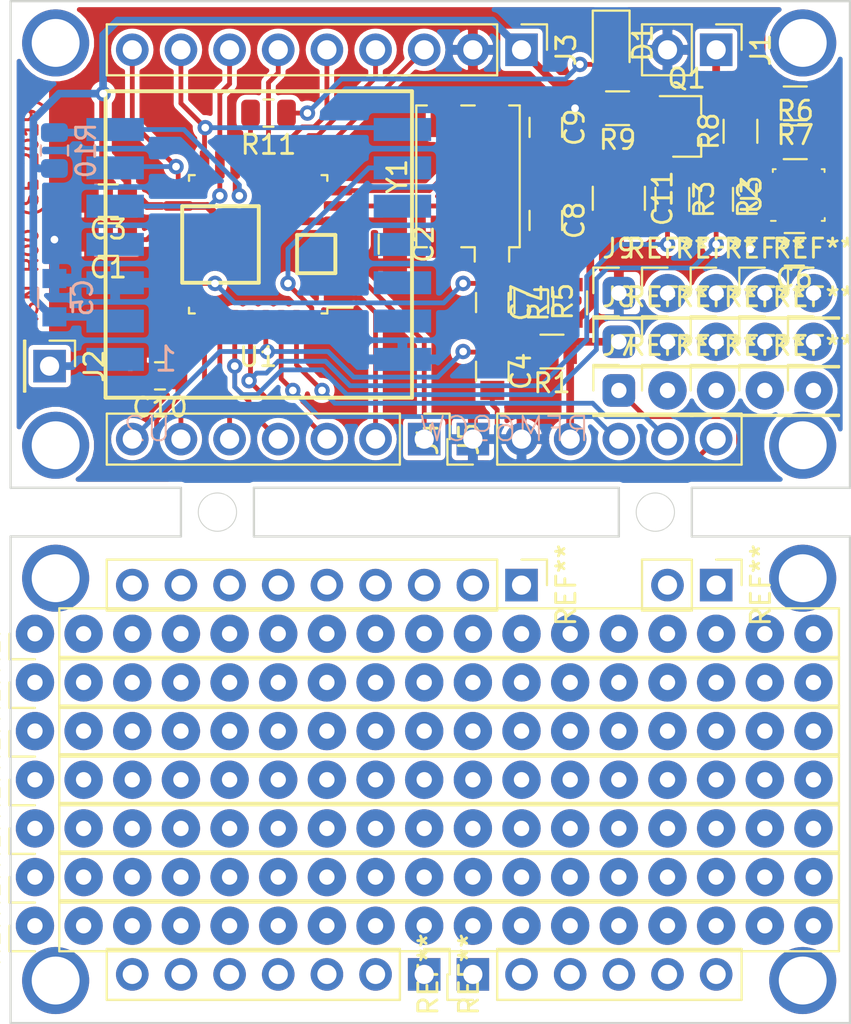
<source format=kicad_pcb>
(kicad_pcb (version 20171130) (host pcbnew "(5.1.4)-1")
  (layers (0 F.Cu signal) (31 B.Cu signal) (34 B.Paste user hide) (35 F.Paste user hide) (36 B.SilkS user hide) (37 F.SilkS user hide) (38 B.Mask user hide) (39 F.Mask user hide) (44 Edge.Cuts user))
  (net 0 "")
  (net 1 "Net-(U1-Pad19)")
  (net 2 "Net-(U1-Pad22)")
  (net 3 "Net-(U2-Pad12)")
  (net 4 "Net-(U2-Pad11)")
  (net 5 "Net-(U2-Pad10)")
  (net 6 "Net-(U2-Pad4)")
  (net 7 GND)
  (net 8 "Net-(C1-Pad1)")
  (net 9 VCC)
  (net 10 ~RESET)
  (net 11 DTR)
  (net 12 Batt_Level)
  (net 13 "Net-(C8-Pad2)")
  (net 14 "Net-(C9-Pad2)")
  (net 15 SDA)
  (net 16 SCL)
  (net 17 "Net-(R6-Pad2)")
  (net 18 +BATT)
  (net 19 "Net-(Q1-Pad1)")
  (net 20 D3)
  (net 21 D4)
  (net 22 D5)
  (net 23 D6)
  (net 24 D7)
  (net 25 D8)
  (net 26 D9)
  (net 27 ~SS)
  (net 28 MOSI)
  (net 29 MISO)
  (net 30 SCK)
  (net 31 A1)
  (net 32 A2)
  (net 33 A3)
  (net 34 RxD)
  (net 35 TxD)
  (net 36 D2)
  (net 37 "Net-(J2-Pad1)")
  (net 38 "Net-(U2-Pad13)")
  (net 39 "Net-(D1-Pad2)")
  (module Connector_PinHeader_2.54mm:PinHeader_1x07_P2.54mm_Vertical (layer F.Cu) (at 142.24 134.62 270)
    (fp_text reference REF** (at 0 -2.33 90) (layer F.SilkS))
    (fp_text value " ")
    (pad 7 thru_hole oval (at 0 15.24 270) (size 1.7 1.7) (drill 1) (layers *.Cu *.Mask))
    (pad 6 thru_hole oval (at 0 12.7 270) (size 1.7 1.7) (drill 1) (layers *.Cu *.Mask))
    (pad 5 thru_hole oval (at 0 10.16 270) (size 1.7 1.7) (drill 1) (layers *.Cu *.Mask))
    (pad 4 thru_hole oval (at 0 7.62 270) (size 1.7 1.7) (drill 1) (layers *.Cu *.Mask))
    (pad 3 thru_hole oval (at 0 5.08 270) (size 1.7 1.7) (drill 1) (layers *.Cu *.Mask))
    (pad 2 thru_hole oval (at 0 2.54 270) (size 1.7 1.7) (drill 1) (layers *.Cu *.Mask))
    (pad 1 thru_hole rect (at 0 0 270) (size 1.7 1.7) (drill 1) (layers *.Cu *.Mask))
  )
  (module Package_QFP:LQFP-32_7x7mm_P0.8mm (layer F.Cu) (at 133.572 96.510699 180)
    (fp_text reference U1 (at 0 -5.88) (layer F.SilkS))
    (fp_text value ATmega328P-AU)
    (pad 1 smd roundrect (at -4.175 -2.8 180) (size 1.5 0.5) (layers F.Cu F.Paste F.Mask) (net 20 D3))
    (pad 2 smd roundrect (at -4.175 -2 180) (size 1.5 0.5) (layers F.Cu F.Paste F.Mask) (net 21 D4))
    (pad 3 smd roundrect (at -4.175 -1.2 180) (size 1.5 0.5) (layers F.Cu F.Paste F.Mask) (net 7 GND))
    (pad 4 smd roundrect (at -4.175 -0.4 180) (size 1.5 0.5) (layers F.Cu F.Paste F.Mask) (net 9 VCC))
    (pad 5 smd roundrect (at -4.175 0.4 180) (size 1.5 0.5) (layers F.Cu F.Paste F.Mask) (net 7 GND))
    (pad 6 smd roundrect (at -4.175 1.2 180) (size 1.5 0.5) (layers F.Cu F.Paste F.Mask) (net 9 VCC))
    (pad 7 smd roundrect (at -4.175 2 180) (size 1.5 0.5) (layers F.Cu F.Paste F.Mask) (net 13 "Net-(C8-Pad2)"))
    (pad 8 smd roundrect (at -4.175 2.8 180) (size 1.5 0.5) (layers F.Cu F.Paste F.Mask) (net 14 "Net-(C9-Pad2)"))
    (pad 9 smd roundrect (at -2.8 4.175 180) (size 0.5 1.5) (layers F.Cu F.Paste F.Mask) (net 22 D5))
    (pad 10 smd roundrect (at -2 4.175 180) (size 0.5 1.5) (layers F.Cu F.Paste F.Mask) (net 23 D6))
    (pad 11 smd roundrect (at -1.2 4.175 180) (size 0.5 1.5) (layers F.Cu F.Paste F.Mask) (net 24 D7))
    (pad 12 smd roundrect (at -0.4 4.175 180) (size 0.5 1.5) (layers F.Cu F.Paste F.Mask) (net 25 D8))
    (pad 13 smd roundrect (at 0.4 4.175 180) (size 0.5 1.5) (layers F.Cu F.Paste F.Mask) (net 26 D9))
    (pad 14 smd roundrect (at 1.2 4.175 180) (size 0.5 1.5) (layers F.Cu F.Paste F.Mask) (net 27 ~SS))
    (pad 15 smd roundrect (at 2 4.175 180) (size 0.5 1.5) (layers F.Cu F.Paste F.Mask) (net 28 MOSI))
    (pad 16 smd roundrect (at 2.8 4.175 180) (size 0.5 1.5) (layers F.Cu F.Paste F.Mask) (net 29 MISO))
    (pad 17 smd roundrect (at 4.175 2.8 180) (size 1.5 0.5) (layers F.Cu F.Paste F.Mask) (net 30 SCK))
    (pad 18 smd roundrect (at 4.175 2 180) (size 1.5 0.5) (layers F.Cu F.Paste F.Mask) (net 9 VCC))
    (pad 19 smd roundrect (at 4.175 1.2 180) (size 1.5 0.5) (layers F.Cu F.Paste F.Mask) (net 1 "Net-(U1-Pad19)"))
    (pad 20 smd roundrect (at 4.175 0.4 180) (size 1.5 0.5) (layers F.Cu F.Paste F.Mask) (net 8 "Net-(C1-Pad1)"))
    (pad 21 smd roundrect (at 4.175 -0.4 180) (size 1.5 0.5) (layers F.Cu F.Paste F.Mask) (net 7 GND))
    (pad 22 smd roundrect (at 4.175 -1.2 180) (size 1.5 0.5) (layers F.Cu F.Paste F.Mask) (net 2 "Net-(U1-Pad22)"))
    (pad 23 smd roundrect (at 4.175 -2 180) (size 1.5 0.5) (layers F.Cu F.Paste F.Mask) (net 12 Batt_Level))
    (pad 24 smd roundrect (at 4.175 -2.8 180) (size 1.5 0.5) (layers F.Cu F.Paste F.Mask) (net 31 A1))
    (pad 25 smd roundrect (at 2.8 -4.175 180) (size 0.5 1.5) (layers F.Cu F.Paste F.Mask) (net 32 A2))
    (pad 26 smd roundrect (at 2 -4.175 180) (size 0.5 1.5) (layers F.Cu F.Paste F.Mask) (net 33 A3))
    (pad 27 smd roundrect (at 1.2 -4.175 180) (size 0.5 1.5) (layers F.Cu F.Paste F.Mask) (net 15 SDA))
    (pad 28 smd roundrect (at 0.4 -4.175 180) (size 0.5 1.5) (layers F.Cu F.Paste F.Mask) (net 16 SCL))
    (pad 29 smd roundrect (at -0.4 -4.175 180) (size 0.5 1.5) (layers F.Cu F.Paste F.Mask) (net 10 ~RESET))
    (pad 30 smd roundrect (at -1.2 -4.175 180) (size 0.5 1.5) (layers F.Cu F.Paste F.Mask) (net 34 RxD))
    (pad 31 smd roundrect (at -2 -4.175 180) (size 0.5 1.5) (layers F.Cu F.Paste F.Mask) (net 35 TxD))
    (pad 32 smd roundrect (at -2.8 -4.175 180) (size 0.5 1.5) (layers F.Cu F.Paste F.Mask) (net 36 D2))
  )
  (module Connector_PinHeader_2.54mm:PinHeader_1x17_P2.54mm_Vertical (layer F.Cu) (at 121.92 132.08 90)
    (fp_text reference REF** (at 0 -2.33 90) (layer F.SilkS))
    (fp_text value " ")
    (pad 17 thru_hole circle (at 0 40.64 90) (size 2 2) (drill 0.8) (layers *.Cu *.Mask))
    (pad 16 thru_hole circle (at 0 38.1 90) (size 2 2) (drill 0.8) (layers *.Cu *.Mask))
    (pad 15 thru_hole circle (at 0 35.56 90) (size 2 2) (drill 0.8) (layers *.Cu *.Mask))
    (pad 14 thru_hole circle (at 0 33.02 90) (size 2 2) (drill 0.8) (layers *.Cu *.Mask))
    (pad 13 thru_hole circle (at 0 30.48 90) (size 2 2) (drill 0.8) (layers *.Cu *.Mask))
    (pad 12 thru_hole circle (at 0 27.94 90) (size 2 2) (drill 0.8) (layers *.Cu *.Mask))
    (pad 11 thru_hole circle (at 0 25.4 90) (size 2 2) (drill 0.8) (layers *.Cu *.Mask))
    (pad 10 thru_hole circle (at 0 22.86 90) (size 2 2) (drill 0.8) (layers *.Cu *.Mask))
    (pad 9 thru_hole circle (at 0 20.32 90) (size 2 2) (drill 0.8) (layers *.Cu *.Mask))
    (pad 8 thru_hole circle (at 0 17.78 90) (size 2 2) (drill 0.8) (layers *.Cu *.Mask))
    (pad 7 thru_hole circle (at 0 15.24 90) (size 2 2) (drill 0.8) (layers *.Cu *.Mask))
    (pad 6 thru_hole circle (at 0 12.7 90) (size 2 2) (drill 0.8) (layers *.Cu *.Mask))
    (pad 5 thru_hole circle (at 0 10.16 90) (size 2 2) (drill 0.8) (layers *.Cu *.Mask))
    (pad 4 thru_hole circle (at 0 7.62 90) (size 2 2) (drill 0.8) (layers *.Cu *.Mask))
    (pad 3 thru_hole circle (at 0 5.08 90) (size 2 2) (drill 0.8) (layers *.Cu *.Mask))
    (pad 2 thru_hole circle (at 0 2.54 90) (size 2 2) (drill 0.8) (layers *.Cu *.Mask))
    (pad 1 thru_hole circle (at 0 0 90) (size 2 2) (drill 0.8) (layers *.Cu *.Mask))
  )
  (module Connector_PinHeader_2.54mm:PinHeader_1x17_P2.54mm_Vertical (layer F.Cu) (at 121.92 129.54 90)
    (fp_text reference REF** (at 0 -2.33 90) (layer F.SilkS))
    (fp_text value " ")
    (pad 1 thru_hole circle (at 0 0 90) (size 2 2) (drill 0.8) (layers *.Cu *.Mask))
    (pad 2 thru_hole circle (at 0 2.54 90) (size 2 2) (drill 0.8) (layers *.Cu *.Mask))
    (pad 3 thru_hole circle (at 0 5.08 90) (size 2 2) (drill 0.8) (layers *.Cu *.Mask))
    (pad 4 thru_hole circle (at 0 7.62 90) (size 2 2) (drill 0.8) (layers *.Cu *.Mask))
    (pad 5 thru_hole circle (at 0 10.16 90) (size 2 2) (drill 0.8) (layers *.Cu *.Mask))
    (pad 6 thru_hole circle (at 0 12.7 90) (size 2 2) (drill 0.8) (layers *.Cu *.Mask))
    (pad 7 thru_hole circle (at 0 15.24 90) (size 2 2) (drill 0.8) (layers *.Cu *.Mask))
    (pad 8 thru_hole circle (at 0 17.78 90) (size 2 2) (drill 0.8) (layers *.Cu *.Mask))
    (pad 9 thru_hole circle (at 0 20.32 90) (size 2 2) (drill 0.8) (layers *.Cu *.Mask))
    (pad 10 thru_hole circle (at 0 22.86 90) (size 2 2) (drill 0.8) (layers *.Cu *.Mask))
    (pad 11 thru_hole circle (at 0 25.4 90) (size 2 2) (drill 0.8) (layers *.Cu *.Mask))
    (pad 12 thru_hole circle (at 0 27.94 90) (size 2 2) (drill 0.8) (layers *.Cu *.Mask))
    (pad 13 thru_hole circle (at 0 30.48 90) (size 2 2) (drill 0.8) (layers *.Cu *.Mask))
    (pad 14 thru_hole circle (at 0 33.02 90) (size 2 2) (drill 0.8) (layers *.Cu *.Mask))
    (pad 15 thru_hole circle (at 0 35.56 90) (size 2 2) (drill 0.8) (layers *.Cu *.Mask))
    (pad 16 thru_hole circle (at 0 38.1 90) (size 2 2) (drill 0.8) (layers *.Cu *.Mask))
    (pad 17 thru_hole circle (at 0 40.64 90) (size 2 2) (drill 0.8) (layers *.Cu *.Mask))
  )
  (module Connector_PinHeader_2.54mm:PinHeader_1x17_P2.54mm_Vertical (layer F.Cu) (at 121.92 127 90)
    (fp_text reference REF** (at 0 -2.33 90) (layer F.SilkS))
    (fp_text value " ")
    (pad 17 thru_hole circle (at 0 40.64 90) (size 2 2) (drill 0.8) (layers *.Cu *.Mask))
    (pad 16 thru_hole circle (at 0 38.1 90) (size 2 2) (drill 0.8) (layers *.Cu *.Mask))
    (pad 15 thru_hole circle (at 0 35.56 90) (size 2 2) (drill 0.8) (layers *.Cu *.Mask))
    (pad 14 thru_hole circle (at 0 33.02 90) (size 2 2) (drill 0.8) (layers *.Cu *.Mask))
    (pad 13 thru_hole circle (at 0 30.48 90) (size 2 2) (drill 0.8) (layers *.Cu *.Mask))
    (pad 12 thru_hole circle (at 0 27.94 90) (size 2 2) (drill 0.8) (layers *.Cu *.Mask))
    (pad 11 thru_hole circle (at 0 25.4 90) (size 2 2) (drill 0.8) (layers *.Cu *.Mask))
    (pad 10 thru_hole circle (at 0 22.86 90) (size 2 2) (drill 0.8) (layers *.Cu *.Mask))
    (pad 9 thru_hole circle (at 0 20.32 90) (size 2 2) (drill 0.8) (layers *.Cu *.Mask))
    (pad 8 thru_hole circle (at 0 17.78 90) (size 2 2) (drill 0.8) (layers *.Cu *.Mask))
    (pad 7 thru_hole circle (at 0 15.24 90) (size 2 2) (drill 0.8) (layers *.Cu *.Mask))
    (pad 6 thru_hole circle (at 0 12.7 90) (size 2 2) (drill 0.8) (layers *.Cu *.Mask))
    (pad 5 thru_hole circle (at 0 10.16 90) (size 2 2) (drill 0.8) (layers *.Cu *.Mask))
    (pad 4 thru_hole circle (at 0 7.62 90) (size 2 2) (drill 0.8) (layers *.Cu *.Mask))
    (pad 3 thru_hole circle (at 0 5.08 90) (size 2 2) (drill 0.8) (layers *.Cu *.Mask))
    (pad 2 thru_hole circle (at 0 2.54 90) (size 2 2) (drill 0.8) (layers *.Cu *.Mask))
    (pad 1 thru_hole circle (at 0 0 90) (size 2 2) (drill 0.8) (layers *.Cu *.Mask))
  )
  (module Connector_PinHeader_2.54mm:PinHeader_1x17_P2.54mm_Vertical (layer F.Cu) (at 121.92 124.46 90)
    (fp_text reference REF** (at 0 -2.33 90) (layer F.SilkS))
    (fp_text value " ")
    (pad 1 thru_hole circle (at 0 0 90) (size 2 2) (drill 0.8) (layers *.Cu *.Mask))
    (pad 2 thru_hole circle (at 0 2.54 90) (size 2 2) (drill 0.8) (layers *.Cu *.Mask))
    (pad 3 thru_hole circle (at 0 5.08 90) (size 2 2) (drill 0.8) (layers *.Cu *.Mask))
    (pad 4 thru_hole circle (at 0 7.62 90) (size 2 2) (drill 0.8) (layers *.Cu *.Mask))
    (pad 5 thru_hole circle (at 0 10.16 90) (size 2 2) (drill 0.8) (layers *.Cu *.Mask))
    (pad 6 thru_hole circle (at 0 12.7 90) (size 2 2) (drill 0.8) (layers *.Cu *.Mask))
    (pad 7 thru_hole circle (at 0 15.24 90) (size 2 2) (drill 0.8) (layers *.Cu *.Mask))
    (pad 8 thru_hole circle (at 0 17.78 90) (size 2 2) (drill 0.8) (layers *.Cu *.Mask))
    (pad 9 thru_hole circle (at 0 20.32 90) (size 2 2) (drill 0.8) (layers *.Cu *.Mask))
    (pad 10 thru_hole circle (at 0 22.86 90) (size 2 2) (drill 0.8) (layers *.Cu *.Mask))
    (pad 11 thru_hole circle (at 0 25.4 90) (size 2 2) (drill 0.8) (layers *.Cu *.Mask))
    (pad 12 thru_hole circle (at 0 27.94 90) (size 2 2) (drill 0.8) (layers *.Cu *.Mask))
    (pad 13 thru_hole circle (at 0 30.48 90) (size 2 2) (drill 0.8) (layers *.Cu *.Mask))
    (pad 14 thru_hole circle (at 0 33.02 90) (size 2 2) (drill 0.8) (layers *.Cu *.Mask))
    (pad 15 thru_hole circle (at 0 35.56 90) (size 2 2) (drill 0.8) (layers *.Cu *.Mask))
    (pad 16 thru_hole circle (at 0 38.1 90) (size 2 2) (drill 0.8) (layers *.Cu *.Mask))
    (pad 17 thru_hole circle (at 0 40.64 90) (size 2 2) (drill 0.8) (layers *.Cu *.Mask))
  )
  (module Connector_PinHeader_2.54mm:PinHeader_1x17_P2.54mm_Vertical (layer F.Cu) (at 121.92 121.92 90)
    (fp_text reference REF** (at 0 -2.33 90) (layer F.SilkS))
    (fp_text value " ")
    (pad 17 thru_hole circle (at 0 40.64 90) (size 2 2) (drill 0.8) (layers *.Cu *.Mask))
    (pad 16 thru_hole circle (at 0 38.1 90) (size 2 2) (drill 0.8) (layers *.Cu *.Mask))
    (pad 15 thru_hole circle (at 0 35.56 90) (size 2 2) (drill 0.8) (layers *.Cu *.Mask))
    (pad 14 thru_hole circle (at 0 33.02 90) (size 2 2) (drill 0.8) (layers *.Cu *.Mask))
    (pad 13 thru_hole circle (at 0 30.48 90) (size 2 2) (drill 0.8) (layers *.Cu *.Mask))
    (pad 12 thru_hole circle (at 0 27.94 90) (size 2 2) (drill 0.8) (layers *.Cu *.Mask))
    (pad 11 thru_hole circle (at 0 25.4 90) (size 2 2) (drill 0.8) (layers *.Cu *.Mask))
    (pad 10 thru_hole circle (at 0 22.86 90) (size 2 2) (drill 0.8) (layers *.Cu *.Mask))
    (pad 9 thru_hole circle (at 0 20.32 90) (size 2 2) (drill 0.8) (layers *.Cu *.Mask))
    (pad 8 thru_hole circle (at 0 17.78 90) (size 2 2) (drill 0.8) (layers *.Cu *.Mask))
    (pad 7 thru_hole circle (at 0 15.24 90) (size 2 2) (drill 0.8) (layers *.Cu *.Mask))
    (pad 6 thru_hole circle (at 0 12.7 90) (size 2 2) (drill 0.8) (layers *.Cu *.Mask))
    (pad 5 thru_hole circle (at 0 10.16 90) (size 2 2) (drill 0.8) (layers *.Cu *.Mask))
    (pad 4 thru_hole circle (at 0 7.62 90) (size 2 2) (drill 0.8) (layers *.Cu *.Mask))
    (pad 3 thru_hole circle (at 0 5.08 90) (size 2 2) (drill 0.8) (layers *.Cu *.Mask))
    (pad 2 thru_hole circle (at 0 2.54 90) (size 2 2) (drill 0.8) (layers *.Cu *.Mask))
    (pad 1 thru_hole circle (at 0 0 90) (size 2 2) (drill 0.8) (layers *.Cu *.Mask))
  )
  (module Connector_PinHeader_2.54mm:PinHeader_1x17_P2.54mm_Vertical (layer F.Cu) (at 121.92 119.38 90)
    (fp_text reference REF** (at 0 -2.33 90) (layer F.SilkS))
    (fp_text value " ")
    (pad 1 thru_hole circle (at 0 0 90) (size 2 2) (drill 0.8) (layers *.Cu *.Mask))
    (pad 2 thru_hole circle (at 0 2.54 90) (size 2 2) (drill 0.8) (layers *.Cu *.Mask))
    (pad 3 thru_hole circle (at 0 5.08 90) (size 2 2) (drill 0.8) (layers *.Cu *.Mask))
    (pad 4 thru_hole circle (at 0 7.62 90) (size 2 2) (drill 0.8) (layers *.Cu *.Mask))
    (pad 5 thru_hole circle (at 0 10.16 90) (size 2 2) (drill 0.8) (layers *.Cu *.Mask))
    (pad 6 thru_hole circle (at 0 12.7 90) (size 2 2) (drill 0.8) (layers *.Cu *.Mask))
    (pad 7 thru_hole circle (at 0 15.24 90) (size 2 2) (drill 0.8) (layers *.Cu *.Mask))
    (pad 8 thru_hole circle (at 0 17.78 90) (size 2 2) (drill 0.8) (layers *.Cu *.Mask))
    (pad 9 thru_hole circle (at 0 20.32 90) (size 2 2) (drill 0.8) (layers *.Cu *.Mask))
    (pad 10 thru_hole circle (at 0 22.86 90) (size 2 2) (drill 0.8) (layers *.Cu *.Mask))
    (pad 11 thru_hole circle (at 0 25.4 90) (size 2 2) (drill 0.8) (layers *.Cu *.Mask))
    (pad 12 thru_hole circle (at 0 27.94 90) (size 2 2) (drill 0.8) (layers *.Cu *.Mask))
    (pad 13 thru_hole circle (at 0 30.48 90) (size 2 2) (drill 0.8) (layers *.Cu *.Mask))
    (pad 14 thru_hole circle (at 0 33.02 90) (size 2 2) (drill 0.8) (layers *.Cu *.Mask))
    (pad 15 thru_hole circle (at 0 35.56 90) (size 2 2) (drill 0.8) (layers *.Cu *.Mask))
    (pad 16 thru_hole circle (at 0 38.1 90) (size 2 2) (drill 0.8) (layers *.Cu *.Mask))
    (pad 17 thru_hole circle (at 0 40.64 90) (size 2 2) (drill 0.8) (layers *.Cu *.Mask))
  )
  (module Connector_PinHeader_2.54mm:PinHeader_1x06_P2.54mm_Vertical (layer F.Cu) (at 144.78 134.62 90)
    (fp_text reference REF** (at 0 -2.33 90) (layer F.SilkS))
    (fp_text value " ")
    (pad 6 thru_hole oval (at 0 12.7 90) (size 1.7 1.7) (drill 1) (layers *.Cu *.Mask))
    (pad 5 thru_hole oval (at 0 10.16 90) (size 1.7 1.7) (drill 1) (layers *.Cu *.Mask))
    (pad 4 thru_hole oval (at 0 7.62 90) (size 1.7 1.7) (drill 1) (layers *.Cu *.Mask))
    (pad 3 thru_hole oval (at 0 5.08 90) (size 1.7 1.7) (drill 1) (layers *.Cu *.Mask))
    (pad 2 thru_hole oval (at 0 2.54 90) (size 1.7 1.7) (drill 1) (layers *.Cu *.Mask))
    (pad 1 thru_hole rect (at 0 0 90) (size 1.7 1.7) (drill 1) (layers *.Cu *.Mask))
  )
  (module Connector_PinHeader_2.54mm:PinHeader_1x09_P2.54mm_Vertical (layer F.Cu) (at 147.32 114.3 270)
    (fp_text reference REF** (at 0 -2.33 90) (layer F.SilkS))
    (fp_text value " ")
    (pad 9 thru_hole oval (at 0 20.32 270) (size 1.7 1.7) (drill 1) (layers *.Cu *.Mask))
    (pad 8 thru_hole oval (at 0 17.78 270) (size 1.7 1.7) (drill 1) (layers *.Cu *.Mask))
    (pad 7 thru_hole oval (at 0 15.24 270) (size 1.7 1.7) (drill 1) (layers *.Cu *.Mask))
    (pad 6 thru_hole oval (at 0 12.7 270) (size 1.7 1.7) (drill 1) (layers *.Cu *.Mask))
    (pad 5 thru_hole oval (at 0 10.16 270) (size 1.7 1.7) (drill 1) (layers *.Cu *.Mask))
    (pad 4 thru_hole oval (at 0 7.62 270) (size 1.7 1.7) (drill 1) (layers *.Cu *.Mask))
    (pad 3 thru_hole oval (at 0 5.08 270) (size 1.7 1.7) (drill 1) (layers *.Cu *.Mask))
    (pad 2 thru_hole oval (at 0 2.54 270) (size 1.7 1.7) (drill 1) (layers *.Cu *.Mask))
    (pad 1 thru_hole rect (at 0 0 270) (size 1.7 1.7) (drill 1) (layers *.Cu *.Mask))
  )
  (module Connector_PinHeader_2.54mm:PinHeader_1x02_P2.54mm_Vertical (layer F.Cu) (at 157.48 114.3 270)
    (fp_text reference REF** (at 0 -2.33 90) (layer F.SilkS))
    (fp_text value " ")
    (pad 2 thru_hole oval (at 0 2.54 270) (size 1.7 1.7) (drill 1) (layers *.Cu *.Mask))
    (pad 1 thru_hole rect (at 0 0 270) (size 1.7 1.7) (drill 1) (layers *.Cu *.Mask))
  )
  (module Connector_PinHeader_2.54mm:PinHeader_1x17_P2.54mm_Vertical (layer F.Cu) (at 121.92 116.84 90)
    (fp_text reference REF** (at 0 -2.33 90) (layer F.SilkS))
    (fp_text value " ")
    (pad 17 thru_hole circle (at 0 40.64 90) (size 2 2) (drill 0.8) (layers *.Cu *.Mask))
    (pad 16 thru_hole circle (at 0 38.1 90) (size 2 2) (drill 0.8) (layers *.Cu *.Mask))
    (pad 15 thru_hole circle (at 0 35.56 90) (size 2 2) (drill 0.8) (layers *.Cu *.Mask))
    (pad 14 thru_hole circle (at 0 33.02 90) (size 2 2) (drill 0.8) (layers *.Cu *.Mask))
    (pad 13 thru_hole circle (at 0 30.48 90) (size 2 2) (drill 0.8) (layers *.Cu *.Mask))
    (pad 12 thru_hole circle (at 0 27.94 90) (size 2 2) (drill 0.8) (layers *.Cu *.Mask))
    (pad 11 thru_hole circle (at 0 25.4 90) (size 2 2) (drill 0.8) (layers *.Cu *.Mask))
    (pad 10 thru_hole circle (at 0 22.86 90) (size 2 2) (drill 0.8) (layers *.Cu *.Mask))
    (pad 9 thru_hole circle (at 0 20.32 90) (size 2 2) (drill 0.8) (layers *.Cu *.Mask))
    (pad 8 thru_hole circle (at 0 17.78 90) (size 2 2) (drill 0.8) (layers *.Cu *.Mask))
    (pad 7 thru_hole circle (at 0 15.24 90) (size 2 2) (drill 0.8) (layers *.Cu *.Mask))
    (pad 6 thru_hole circle (at 0 12.7 90) (size 2 2) (drill 0.8) (layers *.Cu *.Mask))
    (pad 5 thru_hole circle (at 0 10.16 90) (size 2 2) (drill 0.8) (layers *.Cu *.Mask))
    (pad 4 thru_hole circle (at 0 7.62 90) (size 2 2) (drill 0.8) (layers *.Cu *.Mask))
    (pad 3 thru_hole circle (at 0 5.08 90) (size 2 2) (drill 0.8) (layers *.Cu *.Mask))
    (pad 2 thru_hole circle (at 0 2.54 90) (size 2 2) (drill 0.8) (layers *.Cu *.Mask))
    (pad 1 thru_hole circle (at 0 0 90) (size 2 2) (drill 0.8) (layers *.Cu *.Mask))
  )
  (module Connector_PinHeader_2.54mm:PinHeader_1x01_P2.54mm_Vertical (layer F.Cu) (at 162.56 99.06)
    (fp_text reference REF** (at 0 -2.33) (layer F.SilkS))
    (fp_text value " ")
    (pad 1 thru_hole circle (at 0 0) (size 2 2) (drill 0.8) (layers *.Cu *.Mask))
  )
  (module Connector_PinHeader_2.54mm:PinHeader_1x01_P2.54mm_Vertical (layer F.Cu) (at 162.56 104.14)
    (fp_text reference REF** (at 0 -2.33) (layer F.SilkS))
    (fp_text value " ")
    (pad 1 thru_hole circle (at 0 0) (size 2 2) (drill 0.8) (layers *.Cu *.Mask))
  )
  (module Connector_PinHeader_2.54mm:PinHeader_1x01_P2.54mm_Vertical (layer F.Cu) (at 162.56 101.6)
    (fp_text reference REF** (at 0 -2.33) (layer F.SilkS))
    (fp_text value " ")
    (pad 1 thru_hole circle (at 0 0) (size 2 2) (drill 0.8) (layers *.Cu *.Mask))
  )
  (module Connector_PinHeader_2.54mm:PinHeader_1x01_P2.54mm_Vertical (layer F.Cu) (at 160.02 99.06)
    (fp_text reference REF** (at 0 -2.33) (layer F.SilkS))
    (fp_text value " ")
    (pad 1 thru_hole circle (at 0 0) (size 2 2) (drill 0.8) (layers *.Cu *.Mask))
  )
  (module Connector_PinHeader_2.54mm:PinHeader_1x01_P2.54mm_Vertical (layer F.Cu) (at 160.02 101.6)
    (fp_text reference REF** (at 0 -2.33) (layer F.SilkS))
    (fp_text value " ")
    (pad 1 thru_hole circle (at 0 0) (size 2 2) (drill 0.8) (layers *.Cu *.Mask))
  )
  (module Connector_PinHeader_2.54mm:PinHeader_1x01_P2.54mm_Vertical (layer F.Cu) (at 160.02 104.14)
    (fp_text reference REF** (at 0 -2.33) (layer F.SilkS))
    (fp_text value " ")
    (pad 1 thru_hole circle (at 0 0) (size 2 2) (drill 0.8) (layers *.Cu *.Mask))
  )
  (module Connector_PinHeader_2.54mm:PinHeader_1x01_P2.54mm_Vertical (layer F.Cu) (at 157.48 99.06)
    (fp_text reference REF** (at 0 -2.33) (layer F.SilkS))
    (fp_text value " ")
    (pad 1 thru_hole circle (at 0 0) (size 2 2) (drill 0.8) (layers *.Cu *.Mask))
  )
  (module Connector_PinHeader_2.54mm:PinHeader_1x01_P2.54mm_Vertical (layer F.Cu) (at 157.48 101.6)
    (fp_text reference REF** (at 0 -2.33) (layer F.SilkS))
    (fp_text value " ")
    (pad 1 thru_hole circle (at 0 0) (size 2 2) (drill 0.8) (layers *.Cu *.Mask))
  )
  (module Connector_PinHeader_2.54mm:PinHeader_1x01_P2.54mm_Vertical (layer F.Cu) (at 157.48 104.14)
    (fp_text reference REF** (at 0 -2.33) (layer F.SilkS))
    (fp_text value " ")
    (pad 1 thru_hole circle (at 0 0) (size 2 2) (drill 0.8) (layers *.Cu *.Mask))
  )
  (module Connector_PinHeader_2.54mm:PinHeader_1x01_P2.54mm_Vertical (layer F.Cu) (at 154.94 104.14)
    (fp_text reference REF** (at 0 -2.33) (layer F.SilkS))
    (fp_text value " ")
    (pad 1 thru_hole circle (at 0 0) (size 2 2) (drill 0.8) (layers *.Cu *.Mask))
  )
  (module Connector_PinHeader_2.54mm:PinHeader_1x01_P2.54mm_Vertical (layer F.Cu) (at 154.94 101.6)
    (fp_text reference REF** (at 0 -2.33) (layer F.SilkS))
    (fp_text value " ")
    (pad 1 thru_hole circle (at 0 0) (size 2 2) (drill 0.8) (layers *.Cu *.Mask))
  )
  (module Connector_PinHeader_2.54mm:PinHeader_1x01_P2.54mm_Vertical (layer F.Cu) (at 154.94 99.06)
    (fp_text reference REF** (at 0 -2.33) (layer F.SilkS))
    (fp_text value " ")
    (pad 1 thru_hole circle (at 0 0) (size 2 2) (drill 0.8) (layers *.Cu *.Mask))
  )
  (module RFM:RFM69CW-XXXS2 (layer B.Cu) (at 133.604 96.52)
    (fp_text reference U2 (at -5.82422 9.63422) (layer B.SilkS) (effects (font (size 1.27 1.27) (thickness 0.1016)) (justify mirror)))
    (fp_text value RFM69CW (at 12.80922 9.63422) (layer B.SilkS) (effects (font (size 1.27 1.27) (thickness 0.1016)) (justify mirror)))
    (fp_text user 1 (at -4.84886 5.98424) (layer B.SilkS) (effects (font (size 1.27 1.27) (thickness 0.1524)) (justify mirror)))
    (pad 14 smd rect (at 7.49808 5.99948) (size 2.99974 1.19888) (layers B.Cu B.Paste B.Mask) (net 7 GND))
    (pad 13 smd rect (at 7.49808 3.99796) (size 2.99974 1.19888) (layers B.Cu B.Paste B.Mask) (net 38 "Net-(U2-Pad13)"))
    (pad 12 smd rect (at 7.49808 1.99898) (size 2.99974 1.19888) (layers B.Cu B.Paste B.Mask) (net 3 "Net-(U2-Pad12)"))
    (pad 11 smd rect (at 7.49808 0) (size 2.99974 1.19888) (layers B.Cu B.Paste B.Mask) (net 4 "Net-(U2-Pad11)"))
    (pad 10 smd rect (at 7.49808 -1.99898) (size 2.99974 1.19888) (layers B.Cu B.Paste B.Mask) (net 5 "Net-(U2-Pad10)"))
    (pad 9 smd rect (at 7.49808 -3.99796) (size 2.99974 1.19888) (layers B.Cu B.Paste B.Mask) (net 36 D2))
    (pad 8 smd rect (at 7.49808 -5.99948) (size 2.99974 1.19888) (layers B.Cu B.Paste B.Mask) (net 29 MISO))
    (pad 7 smd rect (at -7.49808 -5.99948) (size 2.99974 1.19888) (layers B.Cu B.Paste B.Mask) (net 27 ~SS))
    (pad 6 smd rect (at -7.49808 -3.99796) (size 2.99974 1.19888) (layers B.Cu B.Paste B.Mask) (net 30 SCK))
    (pad 5 smd rect (at -7.49808 -1.99898) (size 2.99974 1.19888) (layers B.Cu B.Paste B.Mask) (net 28 MOSI))
    (pad 4 smd rect (at -7.49808 0) (size 2.99974 1.19888) (layers B.Cu B.Paste B.Mask) (net 6 "Net-(U2-Pad4)"))
    (pad 3 smd rect (at -7.49808 1.99898) (size 2.99974 1.19888) (layers B.Cu B.Paste B.Mask) (net 7 GND))
    (pad 2 smd rect (at -7.49808 3.99796) (size 2.99974 1.19888) (layers B.Cu B.Paste B.Mask) (net 9 VCC))
    (pad 1 smd rect (at -7.49808 5.99948) (size 2.99974 1.19888) (layers B.Cu B.Paste B.Mask) (net 37 "Net-(J2-Pad1)"))
  )
  (module Package_LGA:Bosch_LGA-8_2.5x2.5mm_P0.65mm_ClockwisePinNumbering (layer F.Cu) (at 161.789 93.939 90)
    (fp_text reference U3 (at 0.015 -2.465 90) (layer F.SilkS))
    (fp_text value BME280)
    (pad 4 smd rect (at 0.975 -1.025 180) (size 0.8 0.35) (layers F.Cu F.Paste F.Mask) (net 16 SCL))
    (pad 3 smd rect (at 0.325 -1.025 180) (size 0.8 0.35) (layers F.Cu F.Paste F.Mask) (net 15 SDA))
    (pad 2 smd rect (at -0.325 -1.025 180) (size 0.8 0.35) (layers F.Cu F.Paste F.Mask) (net 9 VCC))
    (pad 1 smd rect (at -0.975 -1.025 180) (size 0.8 0.35) (layers F.Cu F.Paste F.Mask) (net 7 GND))
    (pad 8 smd rect (at -0.975 1.025 180) (size 0.8 0.35) (layers F.Cu F.Paste F.Mask) (net 9 VCC))
    (pad 7 smd rect (at -0.325 1.025 180) (size 0.8 0.35) (layers F.Cu F.Paste F.Mask) (net 7 GND))
    (pad 6 smd rect (at 0.325 1.025 180) (size 0.8 0.35) (layers F.Cu F.Paste F.Mask) (net 9 VCC))
    (pad 5 smd rect (at 0.975 1.025 180) (size 0.8 0.35) (layers F.Cu F.Paste F.Mask) (net 17 "Net-(R6-Pad2)"))
  )
  (module Capacitors_SMD:C_0805 (layer B.Cu) (at 122.936 99.298 90)
    (fp_text reference C5 (at 0 1.5 270) (layer B.SilkS) (effects (justify mirror)))
    (fp_text value 100n)
    (pad 2 smd rect (at 1 0 90) (size 1 1.25) (layers B.Cu B.Paste B.Mask) (net 7 GND))
    (pad 1 smd rect (at -1 0 90) (size 1 1.25) (layers B.Cu B.Paste B.Mask) (net 9 VCC))
  )
  (module Package_TO_SOT_SMD:SOT-23 (layer F.Cu) (at 155.94 90.358)
    (fp_text reference Q1 (at 0 -2.5) (layer F.SilkS))
    (fp_text value PFET)
    (pad 1 smd rect (at -1 -0.95) (size 0.9 0.8) (layers F.Cu F.Paste F.Mask) (net 19 "Net-(Q1-Pad1)"))
    (pad 2 smd rect (at -1 0.95) (size 0.9 0.8) (layers F.Cu F.Paste F.Mask) (net 9 VCC))
    (pad 3 smd rect (at 1 0) (size 0.9 0.8) (layers F.Cu F.Paste F.Mask) (net 18 +BATT))
  )
  (module Pin_Headers:Pin_Header_Straight_1x01_Pitch2.54mm (layer F.Cu) (at 122.682 102.87 270)
    (fp_text reference J2 (at 0 -2.33 90) (layer F.SilkS))
    (fp_text value ANT)
    (pad 1 thru_hole rect (at 0 0 270) (size 1.7 1.7) (drill 1) (layers *.Cu *.Mask) (net 37 "Net-(J2-Pad1)"))
  )
  (module Resistors_SMD:R_0805 (layer F.Cu) (at 152.334 89.408 180)
    (fp_text reference R9 (at 0 -1.65) (layer F.SilkS))
    (fp_text value 100k)
    (pad 1 smd rect (at -0.95 0 180) (size 0.7 1.3) (layers F.Cu F.Paste F.Mask) (net 19 "Net-(Q1-Pad1)"))
    (pad 2 smd rect (at 0.95 0 180) (size 0.7 1.3) (layers F.Cu F.Paste F.Mask) (net 7 GND))
  )
  (module Resistors_SMD:R_0805 (layer F.Cu) (at 149.86 99.568 90)
    (fp_text reference R4 (at 0 -1.65 90) (layer F.SilkS))
    (fp_text value 1M)
    (pad 2 smd rect (at 0.95 0 90) (size 0.7 1.3) (layers F.Cu F.Paste F.Mask) (net 12 Batt_Level))
    (pad 1 smd rect (at -0.95 0 90) (size 0.7 1.3) (layers F.Cu F.Paste F.Mask) (net 9 VCC))
  )
  (module Resistors_SMD:R_0805 (layer F.Cu) (at 147.828 99.502 270)
    (fp_text reference R5 (at 0 -1.65 90) (layer F.SilkS))
    (fp_text value 470k)
    (pad 1 smd rect (at -0.95 0 270) (size 0.7 1.3) (layers F.Cu F.Paste F.Mask) (net 12 Batt_Level))
    (pad 2 smd rect (at 0.95 0 270) (size 0.7 1.3) (layers F.Cu F.Paste F.Mask) (net 7 GND))
  )
  (module Resistors_SMD:R_0805 (layer F.Cu) (at 161.61 91.186)
    (fp_text reference R6 (at 0 -1.65) (layer F.SilkS))
    (fp_text value 0R)
    (pad 1 smd rect (at -0.95 0) (size 0.7 1.3) (layers F.Cu F.Paste F.Mask) (net 9 VCC))
    (pad 2 smd rect (at 0.95 0) (size 0.7 1.3) (layers F.Cu F.Paste F.Mask) (net 17 "Net-(R6-Pad2)"))
  )
  (module Resistors_SMD:R_0805 (layer F.Cu) (at 161.61 89.154 180)
    (fp_text reference R7 (at 0 -1.65) (layer F.SilkS))
    (fp_text value 0R)
    (pad 2 smd rect (at 0.95 0 180) (size 0.7 1.3) (layers F.Cu F.Paste F.Mask) (net 7 GND))
    (pad 1 smd rect (at -0.95 0 180) (size 0.7 1.3) (layers F.Cu F.Paste F.Mask) (net 17 "Net-(R6-Pad2)"))
  )
  (module Resistors_SMD:R_0805 (layer F.Cu) (at 158.75 90.612 90)
    (fp_text reference R8 (at 0 -1.65 90) (layer F.SilkS))
    (fp_text value 0R)
    (pad 2 smd rect (at 0.95 0 90) (size 0.7 1.3) (layers F.Cu F.Paste F.Mask) (net 18 +BATT))
    (pad 1 smd rect (at -0.95 0 90) (size 0.7 1.3) (layers F.Cu F.Paste F.Mask) (net 9 VCC))
  )
  (module Capacitors_SMD:C_0805 (layer F.Cu) (at 145.796 99.552 270)
    (fp_text reference C7 (at 0 -1.5 90) (layer F.SilkS))
    (fp_text value 100n)
    (pad 2 smd rect (at 1 0 270) (size 1 1.25) (layers F.Cu F.Paste F.Mask) (net 7 GND))
    (pad 1 smd rect (at -1 0 270) (size 1 1.25) (layers F.Cu F.Paste F.Mask) (net 12 Batt_Level))
  )
  (module Capacitors_SMD:C_0805 (layer F.Cu) (at 148.59 90.408 270)
    (fp_text reference C9 (at 0 -1.5 90) (layer F.SilkS))
    (fp_text value 10p)
    (pad 1 smd rect (at -1 0 270) (size 1 1.25) (layers F.Cu F.Paste F.Mask) (net 7 GND))
    (pad 2 smd rect (at 1 0 270) (size 1 1.25) (layers F.Cu F.Paste F.Mask) (net 14 "Net-(C9-Pad2)"))
  )
  (module Capacitors_SMD:C_0805 (layer F.Cu) (at 125.746 94.234 180)
    (fp_text reference C3 (at 0 -1.5) (layer F.SilkS))
    (fp_text value 100n)
    (pad 1 smd rect (at -1 0 180) (size 1 1.25) (layers F.Cu F.Paste F.Mask) (net 9 VCC))
    (pad 2 smd rect (at 1 0 180) (size 1 1.25) (layers F.Cu F.Paste F.Mask) (net 7 GND))
  )
  (module Capacitors_SMD:C_0805 (layer F.Cu) (at 148.59 95.266 270)
    (fp_text reference C8 (at 0 -1.5 90) (layer F.SilkS))
    (fp_text value 10p)
    (pad 2 smd rect (at 1 0 270) (size 1 1.25) (layers F.Cu F.Paste F.Mask) (net 13 "Net-(C8-Pad2)"))
    (pad 1 smd rect (at -1 0 270) (size 1 1.25) (layers F.Cu F.Paste F.Mask) (net 7 GND))
  )
  (module Resistors_SMD:R_0805 (layer F.Cu) (at 157.48 94.168 270)
    (fp_text reference R2 (at 0 -1.65 90) (layer F.SilkS))
    (fp_text value 4k7)
    (pad 2 smd rect (at 0.95 0 270) (size 0.7 1.3) (layers F.Cu F.Paste F.Mask) (net 15 SDA))
    (pad 1 smd rect (at -0.95 0 270) (size 0.7 1.3) (layers F.Cu F.Paste F.Mask) (net 9 VCC))
  )
  (module Resistors_SMD:R_0805 (layer F.Cu) (at 155.194 94.168 270)
    (fp_text reference R3 (at 0 -1.65 90) (layer F.SilkS))
    (fp_text value 4k7)
    (pad 1 smd rect (at -0.95 0 270) (size 0.7 1.3) (layers F.Cu F.Paste F.Mask) (net 9 VCC))
    (pad 2 smd rect (at 0.95 0 270) (size 0.7 1.3) (layers F.Cu F.Paste F.Mask) (net 16 SCL))
  )
  (module Capacitors_SMD:C_0805 (layer F.Cu) (at 140.716 96.504 270)
    (fp_text reference C2 (at 0 -1.5 90) (layer F.SilkS))
    (fp_text value 100n)
    (pad 2 smd rect (at 1 0 270) (size 1 1.25) (layers F.Cu F.Paste F.Mask) (net 7 GND))
    (pad 1 smd rect (at -1 0 270) (size 1 1.25) (layers F.Cu F.Paste F.Mask) (net 9 VCC))
  )
  (module Capacitors_SMD:C_0805 (layer F.Cu) (at 125.746 96.266 180)
    (fp_text reference C1 (at 0 -1.5) (layer F.SilkS))
    (fp_text value 100n)
    (pad 2 smd rect (at 1 0 180) (size 1 1.25) (layers F.Cu F.Paste F.Mask) (net 7 GND))
    (pad 1 smd rect (at -1 0 180) (size 1 1.25) (layers F.Cu F.Paste F.Mask) (net 8 "Net-(C1-Pad1)"))
  )
  (module Capacitors_SMD:C_0805 (layer F.Cu) (at 161.56 96.774 180)
    (fp_text reference C6 (at 0 -1.5) (layer F.SilkS))
    (fp_text value 100n)
    (pad 1 smd rect (at -1 0 180) (size 1 1.25) (layers F.Cu F.Paste F.Mask) (net 9 VCC))
    (pad 2 smd rect (at 1 0 180) (size 1 1.25) (layers F.Cu F.Paste F.Mask) (net 7 GND))
  )
  (module Crystals:Crystal_SMD_EuroQuartz_MQ-4pin_7.0x5.0mm (layer F.Cu) (at 144.526 92.964 90)
    (fp_text reference Y1 (at 0 -3.7 90) (layer F.SilkS))
    (fp_text value 8MHz)
    (pad 4 smd rect (at -3.15 -1.25 90) (size 2.2 1.4) (layers F.Cu F.Paste F.Mask) (net 7 GND))
    (pad 3 smd rect (at 3.15 -1.25 90) (size 2.2 1.4) (layers F.Cu F.Paste F.Mask) (net 14 "Net-(C9-Pad2)"))
    (pad 2 smd rect (at 3.15 1.25 90) (size 2.2 1.4) (layers F.Cu F.Paste F.Mask) (net 7 GND))
    (pad 1 smd rect (at -3.15 1.25 90) (size 2.2 1.4) (layers F.Cu F.Paste F.Mask) (net 13 "Net-(C8-Pad2)"))
  )
  (module Capacitors_SMD:C_0805 (layer F.Cu) (at 145.796 103.14 270)
    (fp_text reference C4 (at 0 -1.5 90) (layer F.SilkS))
    (fp_text value 100n)
    (pad 1 smd rect (at -1 0 270) (size 1 1.25) (layers F.Cu F.Paste F.Mask) (net 10 ~RESET))
    (pad 2 smd rect (at 1 0 270) (size 1 1.25) (layers F.Cu F.Paste F.Mask) (net 11 DTR))
  )
  (module Resistors_SMD:R_0805 (layer F.Cu) (at 148.91 102.108 180)
    (fp_text reference R1 (at 0 -1.65) (layer F.SilkS))
    (fp_text value 10k)
    (pad 2 smd rect (at 0.95 0 180) (size 0.7 1.3) (layers F.Cu F.Paste F.Mask) (net 10 ~RESET))
    (pad 1 smd rect (at -0.95 0 180) (size 0.7 1.3) (layers F.Cu F.Paste F.Mask) (net 9 VCC))
  )
  (module Pin_Headers:Pin_Header_Straight_1x02_Pitch2.54mm (layer F.Cu) (at 157.48 86.36 270)
    (fp_text reference J1 (at 0 -2.33 90) (layer F.SilkS))
    (fp_text value Batt_in)
    (pad 2 thru_hole oval (at 0 2.54 270) (size 1.7 1.7) (drill 1) (layers *.Cu *.Mask) (net 7 GND))
    (pad 1 thru_hole rect (at 0 0 270) (size 1.7 1.7) (drill 1) (layers *.Cu *.Mask) (net 18 +BATT))
  )
  (module Connector_PinHeader_2.54mm:PinHeader_1x09_P2.54mm_Vertical (layer F.Cu) (at 147.32 86.36 270)
    (fp_text reference J3 (at 0 -2.33 90) (layer F.SilkS))
    (fp_text value EXT_Port1)
    (pad 1 thru_hole rect (at 0 0 270) (size 1.7 1.7) (drill 1) (layers *.Cu *.Mask) (net 9 VCC))
    (pad 2 thru_hole oval (at 0 2.54 270) (size 1.7 1.7) (drill 1) (layers *.Cu *.Mask) (net 7 GND))
    (pad 3 thru_hole oval (at 0 5.08 270) (size 1.7 1.7) (drill 1) (layers *.Cu *.Mask) (net 22 D5))
    (pad 4 thru_hole oval (at 0 7.62 270) (size 1.7 1.7) (drill 1) (layers *.Cu *.Mask) (net 23 D6))
    (pad 5 thru_hole oval (at 0 10.16 270) (size 1.7 1.7) (drill 1) (layers *.Cu *.Mask) (net 24 D7))
    (pad 6 thru_hole oval (at 0 12.7 270) (size 1.7 1.7) (drill 1) (layers *.Cu *.Mask) (net 25 D8))
    (pad 7 thru_hole oval (at 0 15.24 270) (size 1.7 1.7) (drill 1) (layers *.Cu *.Mask) (net 28 MOSI))
    (pad 8 thru_hole oval (at 0 17.78 270) (size 1.7 1.7) (drill 1) (layers *.Cu *.Mask) (net 29 MISO))
    (pad 9 thru_hole oval (at 0 20.32 270) (size 1.7 1.7) (drill 1) (layers *.Cu *.Mask) (net 30 SCK))
  )
  (module Connector_PinHeader_2.54mm:PinHeader_1x01_P2.54mm_Vertical (layer F.Cu) (at 152.4 104.14)
    (fp_text reference J7 (at 0 -2.33) (layer F.SilkS))
    (fp_text value Analog2)
    (pad 1 thru_hole roundrect (at 0 0) (size 1.7 1.7) (drill 0.8) (layers *.Cu *.Mask) (net 31 A1))
  )
  (module Connector_PinHeader_2.54mm:PinHeader_1x01_P2.54mm_Vertical (layer F.Cu) (at 152.4 101.6)
    (fp_text reference J8 (at 0 -2.33) (layer F.SilkS))
    (fp_text value ProtoVCC)
    (pad 1 thru_hole roundrect (at 0 0) (size 1.7 1.7) (drill 0.8) (layers *.Cu *.Mask) (net 9 VCC))
  )
  (module Connector_PinHeader_2.54mm:PinHeader_1x01_P2.54mm_Vertical (layer F.Cu) (at 152.4 99.06)
    (fp_text reference J9 (at 0 -2.33) (layer F.SilkS))
    (fp_text value ProtoGND)
    (pad 1 thru_hole roundrect (at 0 0) (size 1.7 1.7) (drill 0.8) (layers *.Cu *.Mask) (net 7 GND))
  )
  (module Capacitor_SMD:C_1210_3225Metric (layer F.Cu) (at 152.4 94.11 270)
    (fp_text reference C11 (at 0 -2.28 90) (layer F.SilkS))
    (fp_text value 10u)
    (pad 1 smd roundrect (at -1.4 0 270) (size 1.25 2.65) (layers F.Cu F.Paste F.Mask) (roundrect_rratio 0.2) (net 9 VCC))
    (pad 2 smd roundrect (at 1.4 0 270) (size 1.25 2.65) (layers F.Cu F.Paste F.Mask) (roundrect_rratio 0.2) (net 7 GND))
  )
  (module Resistor_SMD:R_0805_2012Metric (layer B.Cu) (at 122.936 91.6155 90)
    (fp_text reference R10 (at 0 1.65 90) (layer B.SilkS) (effects (justify mirror)))
    (fp_text value 22k)
    (pad 1 smd roundrect (at -0.9375 0 90) (size 0.975 1.4) (layers B.Cu B.Paste B.Mask) (net 9 VCC))
    (pad 2 smd roundrect (at 0.9375 0 90) (size 0.975 1.4) (layers B.Cu B.Paste B.Mask) (net 27 ~SS))
  )
  (module LED_SMD:LED_0805_2012Metric (layer F.Cu) (at 152 86 270)
    (fp_text reference D1 (at 0 -1.65 90) (layer F.SilkS))
    (fp_text value Rot)
    (pad 1 smd roundrect (at -0.9375 0 270) (size 0.975 1.4) (layers F.Cu F.Paste F.Mask) (net 7 GND))
    (pad 2 smd roundrect (at 0.9375 0 270) (size 0.975 1.4) (layers F.Cu F.Paste F.Mask) (net 39 "Net-(D1-Pad2)"))
  )
  (module Resistor_SMD:R_0805_2012Metric (layer F.Cu) (at 134.112 89.662 180)
    (fp_text reference R11 (at 0 -1.65) (layer F.SilkS))
    (fp_text value 1k)
    (pad 1 smd roundrect (at -0.9375 0 180) (size 0.975 1.4) (layers F.Cu F.Paste F.Mask) (net 39 "Net-(D1-Pad2)"))
    (pad 2 smd roundrect (at 0.9375 0 180) (size 0.975 1.4) (layers F.Cu F.Paste F.Mask) (net 26 D9))
  )
  (module Connector_PinHeader_2.54mm:PinHeader_1x06_P2.54mm_Vertical (layer F.Cu) (at 144.78 106.68 90)
    (fp_text reference J4 (at 0 -2.33 90) (layer F.SilkS))
    (fp_text value ArduProg)
    (pad 1 thru_hole rect (at 0 0 90) (size 1.7 1.7) (drill 1) (layers *.Cu *.Mask) (net 7 GND))
    (pad 2 thru_hole oval (at 0 2.54 90) (size 1.7 1.7) (drill 1) (layers *.Cu *.Mask) (net 7 GND))
    (pad 3 thru_hole oval (at 0 5.08 90) (size 1.7 1.7) (drill 1) (layers *.Cu *.Mask) (net 9 VCC))
    (pad 4 thru_hole oval (at 0 7.62 90) (size 1.7 1.7) (drill 1) (layers *.Cu *.Mask) (net 34 RxD))
    (pad 5 thru_hole oval (at 0 10.16 90) (size 1.7 1.7) (drill 1) (layers *.Cu *.Mask) (net 35 TxD))
    (pad 6 thru_hole oval (at 0 12.7 90) (size 1.7 1.7) (drill 1) (layers *.Cu *.Mask) (net 11 DTR))
  )
  (module Capacitor_SMD:C_0805_2012Metric (layer F.Cu) (at 128.4455 103.378 180)
    (fp_text reference C10 (at 0 -1.65) (layer F.SilkS))
    (fp_text value 100n)
    (pad 1 smd roundrect (at -0.9375 0 180) (size 0.975 1.4) (layers F.Cu F.Paste F.Mask) (net 31 A1))
    (pad 2 smd roundrect (at 0.9375 0 180) (size 0.975 1.4) (layers F.Cu F.Paste F.Mask) (net 7 GND))
  )
  (module Connector_PinHeader_2.54mm:PinHeader_1x07_P2.54mm_Vertical (layer F.Cu) (at 142.24 106.68 270)
    (fp_text reference J5 (at 0 -2.33 90) (layer F.SilkS))
    (fp_text value EXT_Port2)
    (pad 1 thru_hole rect (at 0 0 270) (size 1.7 1.7) (drill 1) (layers *.Cu *.Mask) (net 21 D4))
    (pad 2 thru_hole oval (at 0 2.54 270) (size 1.7 1.7) (drill 1) (layers *.Cu *.Mask) (net 20 D3))
    (pad 3 thru_hole oval (at 0 5.08 270) (size 1.7 1.7) (drill 1) (layers *.Cu *.Mask) (net 16 SCL))
    (pad 4 thru_hole oval (at 0 7.62 270) (size 1.7 1.7) (drill 1) (layers *.Cu *.Mask) (net 15 SDA))
    (pad 5 thru_hole oval (at 0 10.16 270) (size 1.7 1.7) (drill 1) (layers *.Cu *.Mask) (net 33 A3))
    (pad 6 thru_hole oval (at 0 12.7 270) (size 1.7 1.7) (drill 1) (layers *.Cu *.Mask) (net 32 A2))
    (pad 7 thru_hole oval (at 0 15.24 270) (size 1.7 1.7) (drill 1) (layers *.Cu *.Mask) (net 10 ~RESET))
  )
  (gr_line (start 120.65 111.76) (end 120.65 137.16) (layer Edge.Cuts) (width 0.12))
  (gr_circle (center 154.305 110.49) (end 155.305 110.49) (layer Edge.Cuts) (width 0.05))
  (gr_circle (center 131.445 110.49) (end 132.445 110.49) (layer Edge.Cuts) (width 0.05))
  (gr_text "MSN R00 (SE 2019)" (at 121.666 94.996 90) (layer F.Cu) (effects (font (size 0.8 0.8))))
  (gr_line (start 152.4 109.22) (end 152.4 111.76) (layer Edge.Cuts) (width 0.12))
  (gr_line (start 133.35 109.22) (end 133.35 111.76) (layer Edge.Cuts) (width 0.12))
  (gr_line (start 129.54 109.22) (end 129.54 111.76) (layer Edge.Cuts) (width 0.12))
  (gr_line (start 156.21 109.22) (end 156.21 111.76) (layer Edge.Cuts) (width 0.12))
  (gr_line (start 133.35 109.22) (end 152.4 109.22) (layer Edge.Cuts) (width 0.12))
  (gr_line (start 133.35 111.76) (end 152.4 111.76) (layer Edge.Cuts) (width 0.12))
  (gr_line (start 156.21 111.76) (end 164.465 111.76) (layer Edge.Cuts) (width 0.12))
  (gr_line (start 156.21 109.22) (end 164.465 109.22) (layer Edge.Cuts) (width 0.12))
  (gr_line (start 164.465 137.16) (end 164.465 111.76) (layer Edge.Cuts) (width 0.12))
  (gr_line (start 129.54 111.76) (end 120.65 111.76) (layer Edge.Cuts) (width 0.12))
  (gr_line (start 120.65 137.16) (end 164.465 137.16) (layer Edge.Cuts) (width 0.12))
  (gr_line (start 120.65 109.22) (end 129.54 109.22) (layer Edge.Cuts) (width 0.12))
  (gr_line (start 164.465 109.22) (end 164.465 83.82) (layer Edge.Cuts) (width 0.12))
  (gr_line (start 120.65 83.82) (end 120.65 109.22) (layer Edge.Cuts) (width 0.12))
  (gr_line (start 164.465 83.82) (end 120.65 83.82) (layer Edge.Cuts) (width 0.12))
  (via (at 162 86) (size 3.5) (drill 2.5) (layers F.Cu B.Cu) (net 0))
  (via (at 162 107) (size 3.5) (drill 2.5) (layers F.Cu B.Cu) (net 0))
  (via (at 123 107) (size 3.5) (drill 2.5) (layers F.Cu B.Cu) (net 0))
  (via (at 123 86) (size 3.5) (drill 2.5) (layers F.Cu B.Cu) (net 0))
  (via (at 162 113.94) (size 3.5) (drill 2.5) (layers F.Cu B.Cu) (net 0))
  (via (at 162 134.94) (size 3.5) (drill 2.5) (layers F.Cu B.Cu) (net 0))
  (via (at 123 134.94) (size 3.5) (drill 2.5) (layers F.Cu B.Cu) (net 0))
  (via (at 123 113.94) (size 3.5) (drill 2.5) (layers F.Cu B.Cu) (net 0))
  (segment (start 124.746 94.234) (end 124.746 96.266) (width 0.4) (layer F.Cu) (net 7))
  (via (at 122.936 96.266) (size 0.8) (drill 0.4) (layers F.Cu B.Cu) (net 7))
  (segment (start 124.746 96.266) (end 122.936 96.266) (width 0.4) (layer F.Cu) (net 7))
  (segment (start 122.936 96.266) (end 122.936 98.298) (width 0.4) (layer B.Cu) (net 7))
  (segment (start 123.15698 98.51898) (end 122.936 98.298) (width 0.25) (layer B.Cu) (net 7))
  (segment (start 126.10592 98.51898) (end 123.15698 98.51898) (width 0.4) (layer B.Cu) (net 7))
  (segment (start 145.896 100.452) (end 145.796 100.552) (width 0.25) (layer F.Cu) (net 7))
  (segment (start 147.828 100.452) (end 145.896 100.452) (width 0.4) (layer F.Cu) (net 7))
  (segment (start 143.276 96.514) (end 143.276 96.114) (width 0.25) (layer F.Cu) (net 7))
  (segment (start 136.897 97.710699) (end 137.747 97.710699) (width 0.25) (layer F.Cu) (net 7))
  (segment (start 136.572698 97.710699) (end 136.897 97.710699) (width 0.4) (layer F.Cu) (net 7))
  (segment (start 135.772698 96.910699) (end 136.572698 97.710699) (width 0.4) (layer F.Cu) (net 7))
  (segment (start 129.397 96.910699) (end 135.772698 96.910699) (width 0.4) (layer F.Cu) (net 7))
  (segment (start 135.772698 96.910699) (end 135.772698 96.891302) (width 0.25) (layer F.Cu) (net 7))
  (segment (start 136.553301 96.110699) (end 137.747 96.110699) (width 0.4) (layer F.Cu) (net 7))
  (segment (start 135.772698 96.891302) (end 136.553301 96.110699) (width 0.4) (layer F.Cu) (net 7))
  (segment (start 137.747 97.710699) (end 140.509301 97.710699) (width 0.4) (layer F.Cu) (net 7))
  (segment (start 147.828 100.452) (end 148.128 100.452) (width 0.25) (layer F.Cu) (net 7))
  (segment (start 160.764 96.57) (end 160.56 96.774) (width 0.25) (layer F.Cu) (net 7))
  (segment (start 160.764 94.914) (end 160.764 96.57) (width 0.25) (layer F.Cu) (net 7))
  (segment (start 160.56 96.899) (end 160.56 96.774) (width 0.25) (layer F.Cu) (net 7))
  (segment (start 140.20165 102.51948) (end 141.10208 102.51948) (width 0.25) (layer B.Cu) (net 7))
  (segment (start 128.99898 98.51898) (end 131.064 100.584) (width 0.4) (layer B.Cu) (net 7))
  (segment (start 126.10592 98.51898) (end 128.99898 98.51898) (width 0.4) (layer B.Cu) (net 7))
  (via (at 159.258 96.774) (size 0.8) (drill 0.4) (layers F.Cu B.Cu) (net 7))
  (segment (start 159.258 96.774) (end 160.56 96.774) (width 0.25) (layer F.Cu) (net 7))
  (segment (start 143.276 97.614) (end 143.276 96.114) (width 0.4) (layer F.Cu) (net 7))
  (segment (start 143.313999 97.651999) (end 143.276 97.614) (width 0.4) (layer F.Cu) (net 7))
  (segment (start 149.017003 97.651999) (end 143.313999 97.651999) (width 0.4) (layer F.Cu) (net 7))
  (segment (start 141.741 97.504) (end 142.027 97.79) (width 0.4) (layer F.Cu) (net 7))
  (segment (start 140.716 97.504) (end 141.741 97.504) (width 0.4) (layer F.Cu) (net 7))
  (segment (start 143.256 97.79) (end 143.276 97.81) (width 0.4) (layer F.Cu) (net 7))
  (segment (start 142.027 97.79) (end 143.256 97.79) (width 0.4) (layer F.Cu) (net 7))
  (segment (start 143.276 97.81) (end 143.276 97.614) (width 0.4) (layer F.Cu) (net 7))
  (segment (start 162.214 94.264) (end 162.814 94.264) (width 0.4) (layer F.Cu) (net 7))
  (segment (start 161.564 94.914) (end 162.214 94.264) (width 0.4) (layer F.Cu) (net 7))
  (segment (start 160.764 94.914) (end 161.564 94.914) (width 0.4) (layer F.Cu) (net 7))
  (segment (start 149.017003 97.651999) (end 149.86 96.809002) (width 0.4) (layer F.Cu) (net 7))
  (segment (start 149.615 94.234) (end 149.86 94.234) (width 0.4) (layer F.Cu) (net 7))
  (segment (start 148.59 94.234) (end 149.615 94.234) (width 0.4) (layer F.Cu) (net 7))
  (segment (start 149.86 96.809002) (end 149.86 94.234) (width 0.4) (layer F.Cu) (net 7))
  (segment (start 160.66 88.854) (end 160.66 89.154) (width 0.4) (layer F.Cu) (net 7))
  (segment (start 124.746 96.391) (end 124.746 96.266) (width 0.4) (layer F.Cu) (net 7))
  (segment (start 126.492 97.536) (end 125.891 97.536) (width 0.4) (layer F.Cu) (net 7))
  (segment (start 124.991 97.536) (end 125.891 97.536) (width 0.4) (layer F.Cu) (net 7))
  (segment (start 124.746 97.291) (end 124.991 97.536) (width 0.4) (layer F.Cu) (net 7))
  (segment (start 124.746 96.266) (end 124.746 97.291) (width 0.4) (layer F.Cu) (net 7))
  (segment (start 152.438001 97.320001) (end 152.4 97.282) (width 0.4) (layer F.Cu) (net 7))
  (segment (start 158.711999 97.320001) (end 152.438001 97.320001) (width 0.4) (layer F.Cu) (net 7))
  (segment (start 159.258 96.774) (end 158.711999 97.320001) (width 0.4) (layer F.Cu) (net 7))
  (segment (start 152.4 95.51) (end 152.4 97.282) (width 0.4) (layer F.Cu) (net 7))
  (segment (start 152.4 97.282) (end 152.4 99.06) (width 0.4) (layer F.Cu) (net 7))
  (segment (start 129.397 96.910699) (end 128.133301 96.910699) (width 0.4) (layer F.Cu) (net 7))
  (segment (start 127.508 97.536) (end 126.492 97.536) (width 0.4) (layer F.Cu) (net 7))
  (segment (start 128.133301 96.910699) (end 127.508 97.536) (width 0.4) (layer F.Cu) (net 7))
  (segment (start 136.438298 100.584) (end 131.064 100.584) (width 0.4) (layer B.Cu) (net 7))
  (segment (start 138.373778 102.51948) (end 136.438298 100.584) (width 0.4) (layer B.Cu) (net 7))
  (segment (start 141.10208 102.51948) (end 138.373778 102.51948) (width 0.4) (layer B.Cu) (net 7))
  (segment (start 154.94 92.456) (end 159.258 96.774) (width 0.4) (layer B.Cu) (net 7))
  (segment (start 144.78 86.36) (end 144.78 87.376) (width 0.4) (layer F.Cu) (net 7))
  (segment (start 144.78 87.376) (end 145.796 88.392) (width 0.4) (layer F.Cu) (net 7))
  (segment (start 145.776 88.412) (end 145.776 89.814) (width 0.4) (layer F.Cu) (net 7))
  (segment (start 145.796 88.392) (end 145.776 88.412) (width 0.4) (layer F.Cu) (net 7))
  (segment (start 147.32 106.68) (end 147.32 103.818998) (width 0.4) (layer F.Cu) (net 7))
  (segment (start 143.288 100.552) (end 143.276 100.564) (width 0.4) (layer F.Cu) (net 7))
  (segment (start 145.796 100.552) (end 143.288 100.552) (width 0.4) (layer F.Cu) (net 7))
  (segment (start 143.276 102.296002) (end 143.276 100.564) (width 0.4) (layer F.Cu) (net 7))
  (segment (start 143.276 100.564) (end 143.276 97.81) (width 0.4) (layer F.Cu) (net 7))
  (segment (start 143.276 102.296002) (end 144.103998 103.124) (width 0.4) (layer F.Cu) (net 7))
  (segment (start 144.103998 103.124) (end 146.812 103.124) (width 0.4) (layer F.Cu) (net 7))
  (segment (start 147.32 103.632) (end 147.32 103.818998) (width 0.4) (layer F.Cu) (net 7))
  (segment (start 146.812 103.124) (end 147.32 103.632) (width 0.4) (layer F.Cu) (net 7))
  (segment (start 160.66 88.104) (end 160.66 89.154) (width 0.4) (layer F.Cu) (net 7))
  (segment (start 153.1895 85.0625) (end 153.67 84.582) (width 0.4) (layer F.Cu) (net 7))
  (segment (start 152 85.0625) (end 153.1895 85.0625) (width 0.4) (layer F.Cu) (net 7))
  (segment (start 159.258 84.582) (end 159.849999 85.173999) (width 0.4) (layer F.Cu) (net 7))
  (segment (start 159.849999 85.173999) (end 159.849999 87.293999) (width 0.4) (layer F.Cu) (net 7))
  (segment (start 159.849999 87.293999) (end 160.66 88.104) (width 0.4) (layer F.Cu) (net 7))
  (segment (start 154.94 86.36) (end 154.94 84.582) (width 0.4) (layer F.Cu) (net 7))
  (segment (start 153.67 84.582) (end 154.94 84.582) (width 0.4) (layer F.Cu) (net 7))
  (segment (start 154.94 84.582) (end 159.258 84.582) (width 0.4) (layer F.Cu) (net 7))
  (via (at 150.114 89.408) (size 0.8) (drill 0.4) (layers F.Cu B.Cu) (net 7))
  (segment (start 151.892 89.408) (end 154.94 89.408) (width 0.4) (layer B.Cu) (net 7))
  (segment (start 150.114 89.408) (end 151.892 89.408) (width 0.4) (layer B.Cu) (net 7))
  (segment (start 154.94 86.36) (end 154.94 89.408) (width 0.4) (layer B.Cu) (net 7))
  (segment (start 154.94 89.408) (end 154.94 92.456) (width 0.4) (layer B.Cu) (net 7))
  (segment (start 150.114 89.408) (end 151.384 89.408) (width 0.4) (layer F.Cu) (net 7))
  (segment (start 149.86 94.234) (end 149.86 92.877458) (width 0.4) (layer F.Cu) (net 7))
  (segment (start 150.114 92.623458) (end 150.114 89.408) (width 0.4) (layer F.Cu) (net 7))
  (segment (start 149.86 92.877458) (end 150.114 92.623458) (width 0.4) (layer F.Cu) (net 7))
  (segment (start 150.114 89.408) (end 148.59 89.408) (width 0.4) (layer F.Cu) (net 7))
  (segment (start 146.182 89.408) (end 145.776 89.814) (width 0.4) (layer F.Cu) (net 7))
  (segment (start 148.59 89.408) (end 146.182 89.408) (width 0.4) (layer F.Cu) (net 7))
  (segment (start 147.32 106.68) (end 144.78 106.68) (width 0.4) (layer B.Cu) (net 7))
  (segment (start 127.508 103.378) (end 127.508 97.536) (width 0.25) (layer F.Cu) (net 7))
  (segment (start 126.746 96.266) (end 127.762 96.266) (width 0.25) (layer F.Cu) (net 8))
  (segment (start 127.917301 96.110699) (end 129.397 96.110699) (width 0.25) (layer F.Cu) (net 8))
  (segment (start 127.762 96.266) (end 127.917301 96.110699) (width 0.25) (layer F.Cu) (net 8))
  (segment (start 128.547 94.510699) (end 129.397 94.510699) (width 0.25) (layer F.Cu) (net 9))
  (segment (start 127.772699 94.510699) (end 128.547 94.510699) (width 0.4) (layer F.Cu) (net 9))
  (segment (start 127.496 94.234) (end 127.772699 94.510699) (width 0.4) (layer F.Cu) (net 9))
  (segment (start 126.746 94.234) (end 127.496 94.234) (width 0.4) (layer F.Cu) (net 9))
  (segment (start 125.88596 100.298) (end 126.10592 100.51796) (width 0.25) (layer B.Cu) (net 9))
  (segment (start 122.936 100.298) (end 125.88596 100.298) (width 0.4) (layer B.Cu) (net 9))
  (segment (start 140.522699 95.310699) (end 140.716 95.504) (width 0.25) (layer F.Cu) (net 9))
  (segment (start 139.385301 95.310699) (end 140.522699 95.310699) (width 0.4) (layer F.Cu) (net 9))
  (segment (start 137.747 95.310699) (end 138.998699 95.310699) (width 0.4) (layer F.Cu) (net 9))
  (segment (start 138.998699 95.310699) (end 139.385301 95.310699) (width 0.4) (layer F.Cu) (net 9))
  (via (at 125.476 88.646) (size 0.8) (drill 0.4) (layers F.Cu B.Cu) (net 9))
  (segment (start 126.746 94.234) (end 126.746 94.109) (width 0.25) (layer F.Cu) (net 9))
  (segment (start 154.818 91.186) (end 154.94 91.308) (width 0.25) (layer F.Cu) (net 9))
  (segment (start 162.56 95.899) (end 162.814 95.645) (width 0.25) (layer F.Cu) (net 9))
  (segment (start 162.56 96.774) (end 162.56 95.899) (width 0.25) (layer F.Cu) (net 9))
  (segment (start 162.814 95.645) (end 162.814 94.996) (width 0.25) (layer F.Cu) (net 9))
  (segment (start 162.814 94.996) (end 162.814 94.914) (width 0.25) (layer F.Cu) (net 9))
  (segment (start 149.86 106.68) (end 149.86 102.108) (width 0.4) (layer F.Cu) (net 9))
  (segment (start 162.56 96.899) (end 162.56 96.774) (width 0.25) (layer F.Cu) (net 9))
  (segment (start 135.442699 95.310699) (end 137.747 95.310699) (width 0.4) (layer F.Cu) (net 9))
  (segment (start 131.718697 95.310699) (end 135.442699 95.310699) (width 0.4) (layer F.Cu) (net 9))
  (segment (start 130.918697 94.510699) (end 131.718697 95.310699) (width 0.4) (layer F.Cu) (net 9))
  (segment (start 129.397 94.510699) (end 130.918697 94.510699) (width 0.4) (layer F.Cu) (net 9))
  (segment (start 138.998699 96.509) (end 138.998699 95.310699) (width 0.4) (layer F.Cu) (net 9))
  (segment (start 138.597 96.910699) (end 138.998699 96.509) (width 0.4) (layer F.Cu) (net 9))
  (segment (start 137.747 96.910699) (end 138.597 96.910699) (width 0.4) (layer F.Cu) (net 9))
  (segment (start 149.86 102.108) (end 149.86 101.6) (width 0.4) (layer F.Cu) (net 9))
  (segment (start 149.86 101.6) (end 149.86 100.518) (width 0.4) (layer F.Cu) (net 9))
  (segment (start 157.48 93.218) (end 157.78 93.218) (width 0.25) (layer F.Cu) (net 9))
  (segment (start 160.284 91.562) (end 160.66 91.186) (width 0.25) (layer F.Cu) (net 9))
  (segment (start 158.75 91.562) (end 160.284 91.562) (width 0.4) (layer F.Cu) (net 9))
  (segment (start 154.94 91.308) (end 156.078 91.308) (width 0.4) (layer F.Cu) (net 9))
  (segment (start 156.332 91.562) (end 158.75 91.562) (width 0.4) (layer F.Cu) (net 9))
  (segment (start 156.078 91.308) (end 156.332 91.562) (width 0.4) (layer F.Cu) (net 9))
  (segment (start 156.332 93.086) (end 156.464 93.218) (width 0.25) (layer F.Cu) (net 9))
  (segment (start 156.332 91.562) (end 156.332 93.086) (width 0.4) (layer F.Cu) (net 9))
  (segment (start 155.194 93.218) (end 156.464 93.218) (width 0.4) (layer F.Cu) (net 9))
  (segment (start 156.464 93.218) (end 157.48 93.218) (width 0.4) (layer F.Cu) (net 9))
  (segment (start 162.214 93.614) (end 162.814 93.614) (width 0.4) (layer F.Cu) (net 9))
  (segment (start 161.94 93.614) (end 161.564001 93.238001) (width 0.4) (layer F.Cu) (net 9))
  (segment (start 162.214 93.614) (end 161.94 93.614) (width 0.4) (layer F.Cu) (net 9))
  (segment (start 160.66 91.486) (end 160.66 91.186) (width 0.4) (layer F.Cu) (net 9))
  (segment (start 161.564001 92.390001) (end 160.66 91.486) (width 0.4) (layer F.Cu) (net 9))
  (segment (start 161.564001 93.238001) (end 161.564001 92.390001) (width 0.4) (layer F.Cu) (net 9))
  (segment (start 161.94 93.688) (end 161.94 93.614) (width 0.4) (layer F.Cu) (net 9))
  (segment (start 161.364 94.264) (end 161.94 93.688) (width 0.4) (layer F.Cu) (net 9))
  (segment (start 160.764 94.264) (end 161.364 94.264) (width 0.4) (layer F.Cu) (net 9))
  (segment (start 152.4 101.6) (end 149.86 101.6) (width 0.4) (layer F.Cu) (net 9))
  (segment (start 163.459002 93.614) (end 162.814 93.614) (width 0.4) (layer F.Cu) (net 9))
  (segment (start 162.814 94.914) (end 163.459002 94.914) (width 0.4) (layer F.Cu) (net 9))
  (segment (start 163.459002 94.914) (end 163.614001 94.759001) (width 0.4) (layer F.Cu) (net 9))
  (segment (start 163.614001 94.759001) (end 163.614001 93.764001) (width 0.4) (layer F.Cu) (net 9))
  (segment (start 163.614001 93.764001) (end 163.538999 93.688999) (width 0.4) (layer F.Cu) (net 9))
  (segment (start 163.538999 93.688999) (end 163.534001 93.688999) (width 0.4) (layer F.Cu) (net 9))
  (segment (start 163.534001 93.688999) (end 163.459002 93.614) (width 0.4) (layer F.Cu) (net 9))
  (segment (start 122.936 100.298) (end 122.811 100.298) (width 0.4) (layer B.Cu) (net 9))
  (segment (start 122.811 100.298) (end 121.83599 99.32299) (width 0.4) (layer B.Cu) (net 9))
  (segment (start 123.19 88.646) (end 125.476 88.646) (width 0.4) (layer B.Cu) (net 9))
  (segment (start 121.83599 90.00001) (end 123.19 88.646) (width 0.4) (layer B.Cu) (net 9))
  (segment (start 145.796 84.836) (end 147.32 86.36) (width 0.4) (layer B.Cu) (net 9))
  (segment (start 126.238 84.836) (end 145.796 84.836) (width 0.4) (layer B.Cu) (net 9))
  (segment (start 125.476 88.646) (end 125.476 85.598) (width 0.4) (layer B.Cu) (net 9))
  (segment (start 125.476 85.598) (end 126.238 84.836) (width 0.4) (layer B.Cu) (net 9))
  (segment (start 122.12301 92.54001) (end 121.83599 92.54001) (width 0.4) (layer B.Cu) (net 9))
  (segment (start 122.136 92.553) (end 122.12301 92.54001) (width 0.4) (layer B.Cu) (net 9))
  (segment (start 122.936 92.553) (end 122.136 92.553) (width 0.4) (layer B.Cu) (net 9))
  (segment (start 121.83599 99.32299) (end 121.83599 92.54001) (width 0.4) (layer B.Cu) (net 9))
  (segment (start 121.83599 92.54001) (end 121.83599 90.00001) (width 0.4) (layer B.Cu) (net 9))
  (segment (start 125.476 89.211685) (end 125.476 88.646) (width 0.4) (layer F.Cu) (net 9))
  (segment (start 125.476 91.939) (end 125.476 89.211685) (width 0.4) (layer F.Cu) (net 9))
  (segment (start 126.746 93.209) (end 125.476 91.939) (width 0.4) (layer F.Cu) (net 9))
  (segment (start 126.746 94.234) (end 126.746 93.209) (width 0.4) (layer F.Cu) (net 9))
  (segment (start 152.4 88.703998) (end 151.834002 88.138) (width 0.4) (layer F.Cu) (net 9))
  (segment (start 151.834002 88.138) (end 149.098 88.138) (width 0.4) (layer F.Cu) (net 9))
  (segment (start 149.098 88.138) (end 147.32 86.36) (width 0.4) (layer F.Cu) (net 9))
  (segment (start 152.522 91.308) (end 152.4 91.186) (width 0.4) (layer F.Cu) (net 9))
  (segment (start 154.94 91.308) (end 152.522 91.308) (width 0.4) (layer F.Cu) (net 9))
  (segment (start 152.4 92.71) (end 152.4 91.186) (width 0.4) (layer F.Cu) (net 9))
  (segment (start 152.4 91.186) (end 152.4 88.703998) (width 0.4) (layer F.Cu) (net 9))
  (segment (start 150.876 92.71) (end 152.4 92.71) (width 0.4) (layer F.Cu) (net 9))
  (segment (start 150.16 100.518) (end 150.91 99.768) (width 0.4) (layer F.Cu) (net 9))
  (segment (start 150.91 99.768) (end 150.91 96.389256) (width 0.4) (layer F.Cu) (net 9))
  (segment (start 149.86 100.518) (end 150.16 100.518) (width 0.4) (layer F.Cu) (net 9))
  (segment (start 150.91 96.389256) (end 150.46001 95.939266) (width 0.4) (layer F.Cu) (net 9))
  (segment (start 150.46001 95.939266) (end 150.46001 93.12599) (width 0.4) (layer F.Cu) (net 9))
  (segment (start 150.46001 93.12599) (end 150.876 92.71) (width 0.4) (layer F.Cu) (net 9))
  (via (at 144.272 102.108) (size 0.8) (drill 0.4) (layers F.Cu B.Cu) (net 10))
  (via (at 134.047 102.108) (size 0.8) (drill 0.4) (layers F.Cu B.Cu) (net 10))
  (segment (start 133.972 100.685699) (end 133.972 102.033) (width 0.25) (layer F.Cu) (net 10))
  (segment (start 133.972 102.033) (end 134.047 102.108) (width 0.25) (layer F.Cu) (net 10))
  (segment (start 144.304 102.14) (end 144.272 102.108) (width 0.25) (layer F.Cu) (net 10))
  (segment (start 145.796 102.14) (end 144.304 102.14) (width 0.25) (layer F.Cu) (net 10))
  (segment (start 147.928 102.14) (end 147.96 102.108) (width 0.25) (layer F.Cu) (net 10))
  (segment (start 145.796 102.14) (end 147.928 102.14) (width 0.25) (layer F.Cu) (net 10))
  (segment (start 134.047 102.108) (end 131.572 102.108) (width 0.25) (layer B.Cu) (net 10))
  (segment (start 134.612685 102.108) (end 134.047 102.108) (width 0.25) (layer B.Cu) (net 10))
  (segment (start 137.219822 102.108) (end 134.612685 102.108) (width 0.25) (layer B.Cu) (net 10))
  (segment (start 138.555743 103.443921) (end 137.219822 102.108) (width 0.25) (layer B.Cu) (net 10))
  (segment (start 142.936079 103.443921) (end 138.555743 103.443921) (width 0.25) (layer B.Cu) (net 10))
  (segment (start 144.272 102.108) (end 142.936079 103.443921) (width 0.25) (layer B.Cu) (net 10))
  (segment (start 131.572 102.108) (end 127 106.68) (width 0.25) (layer B.Cu) (net 10))
  (segment (start 155.956 108.204) (end 157.48 106.68) (width 0.25) (layer F.Cu) (net 11))
  (segment (start 146.558 108.204) (end 155.956 108.204) (width 0.25) (layer F.Cu) (net 11))
  (segment (start 145.796 104.14) (end 145.796 104.89) (width 0.25) (layer F.Cu) (net 11))
  (segment (start 145.796 104.89) (end 146.05 105.144) (width 0.25) (layer F.Cu) (net 11))
  (segment (start 146.05 107.696) (end 146.558 108.204) (width 0.25) (layer F.Cu) (net 11))
  (segment (start 146.05 105.144) (end 146.05 107.696) (width 0.25) (layer F.Cu) (net 11))
  (via (at 144.272 98.552) (size 0.8) (drill 0.4) (layers F.Cu B.Cu) (net 12))
  (via (at 131.318 98.552) (size 0.8) (drill 0.4) (layers F.Cu B.Cu) (net 12))
  (segment (start 129.438301 98.552) (end 129.397 98.510699) (width 0.25) (layer F.Cu) (net 12))
  (segment (start 131.318 98.552) (end 129.438301 98.552) (width 0.25) (layer F.Cu) (net 12))
  (segment (start 132.334 99.568) (end 131.318 98.552) (width 0.25) (layer B.Cu) (net 12))
  (segment (start 144.272 98.552) (end 143.256 99.568) (width 0.25) (layer B.Cu) (net 12))
  (segment (start 143.256 99.568) (end 132.334 99.568) (width 0.25) (layer B.Cu) (net 12))
  (segment (start 144.272 98.552) (end 145.796 98.552) (width 0.25) (layer F.Cu) (net 12))
  (segment (start 145.796 98.552) (end 147.828 98.552) (width 0.25) (layer F.Cu) (net 12))
  (segment (start 149.794 98.552) (end 149.86 98.618) (width 0.25) (layer F.Cu) (net 12))
  (segment (start 147.828 98.552) (end 149.794 98.552) (width 0.25) (layer F.Cu) (net 12))
  (segment (start 145.776 95.714) (end 145.776 96.114) (width 0.25) (layer F.Cu) (net 13))
  (segment (start 144.572699 94.510699) (end 145.776 95.714) (width 0.25) (layer F.Cu) (net 13))
  (segment (start 137.747 94.510699) (end 144.572699 94.510699) (width 0.25) (layer F.Cu) (net 13))
  (segment (start 148.47 96.114) (end 148.59 96.234) (width 0.25) (layer F.Cu) (net 13))
  (segment (start 145.776 96.114) (end 148.47 96.114) (width 0.25) (layer F.Cu) (net 13))
  (segment (start 137.747 93.710699) (end 142.509301 93.710699) (width 0.25) (layer F.Cu) (net 14))
  (segment (start 143.276 92.944) (end 143.276 89.814) (width 0.25) (layer F.Cu) (net 14))
  (segment (start 142.509301 93.710699) (end 143.276 92.944) (width 0.25) (layer F.Cu) (net 14))
  (segment (start 143.276 90.214) (end 143.276 89.814) (width 0.25) (layer F.Cu) (net 14))
  (segment (start 144.47 91.408) (end 143.276 90.214) (width 0.25) (layer F.Cu) (net 14))
  (segment (start 148.59 91.408) (end 144.47 91.408) (width 0.25) (layer F.Cu) (net 14))
  (via (at 132.349997 102.87) (size 0.8) (drill 0.4) (layers F.Cu B.Cu) (net 15))
  (segment (start 132.349997 100.707702) (end 132.372 100.685699) (width 0.25) (layer F.Cu) (net 15))
  (segment (start 132.349997 102.87) (end 132.349997 100.707702) (width 0.25) (layer F.Cu) (net 15))
  (segment (start 160.764 93.614) (end 159.878 93.614) (width 0.25) (layer F.Cu) (net 15))
  (segment (start 158.38 95.118) (end 157.48 95.118) (width 0.25) (layer F.Cu) (net 15))
  (segment (start 159.878 93.62) (end 158.38 95.118) (width 0.25) (layer F.Cu) (net 15))
  (segment (start 159.878 93.614) (end 159.878 93.62) (width 0.25) (layer F.Cu) (net 15))
  (segment (start 157.48 96.52) (end 157.48 95.118) (width 0.25) (layer F.Cu) (net 15))
  (via (at 157.48 96.52) (size 0.8) (drill 0.4) (layers F.Cu B.Cu) (net 15))
  (segment (start 132.349997 103.958999) (end 132.349997 102.87) (width 0.25) (layer B.Cu) (net 15))
  (segment (start 132.747999 104.357001) (end 132.349997 103.958999) (width 0.25) (layer B.Cu) (net 15))
  (segment (start 133.520214 104.357001) (end 132.747999 104.357001) (width 0.25) (layer B.Cu) (net 15))
  (segment (start 136.905012 103.06601) (end 134.811205 103.06601) (width 0.25) (layer B.Cu) (net 15))
  (segment (start 138.196003 104.357001) (end 136.905012 103.06601) (width 0.25) (layer B.Cu) (net 15))
  (segment (start 157.48 96.52) (end 156.254999 97.745001) (width 0.25) (layer B.Cu) (net 15))
  (segment (start 156.254999 97.745001) (end 151.804323 97.745001) (width 0.25) (layer B.Cu) (net 15))
  (segment (start 151.804323 97.745001) (end 151.22499 98.324334) (width 0.25) (layer B.Cu) (net 15))
  (segment (start 151.22499 98.324334) (end 151.22499 102.01301) (width 0.25) (layer B.Cu) (net 15))
  (segment (start 134.811205 103.06601) (end 133.520214 104.357001) (width 0.25) (layer B.Cu) (net 15))
  (segment (start 151.22499 102.01301) (end 148.880999 104.357001) (width 0.25) (layer B.Cu) (net 15))
  (segment (start 148.880999 104.357001) (end 138.196003 104.357001) (width 0.25) (layer B.Cu) (net 15))
  (segment (start 132.349997 103.958999) (end 133.096 104.705002) (width 0.25) (layer F.Cu) (net 15))
  (segment (start 132.349997 102.87) (end 132.349997 103.958999) (width 0.25) (layer F.Cu) (net 15))
  (segment (start 133.096 105.156) (end 134.62 106.68) (width 0.25) (layer F.Cu) (net 15))
  (segment (start 133.096 104.705002) (end 133.096 105.156) (width 0.25) (layer F.Cu) (net 15))
  (via (at 133.096 103.632) (size 0.8) (drill 0.4) (layers F.Cu B.Cu) (net 16))
  (segment (start 133.096 100.761699) (end 133.172 100.685699) (width 0.25) (layer F.Cu) (net 16))
  (segment (start 133.172 103.556) (end 133.096 103.632) (width 0.25) (layer F.Cu) (net 16))
  (segment (start 133.172 100.685699) (end 133.172 103.556) (width 0.25) (layer F.Cu) (net 16))
  (segment (start 160.764 92.964) (end 159.512 92.964) (width 0.25) (layer F.Cu) (net 16))
  (segment (start 159.512 92.964) (end 158.242 94.234) (width 0.25) (layer F.Cu) (net 16))
  (segment (start 158.242 94.234) (end 155.448 94.234) (width 0.25) (layer F.Cu) (net 16))
  (segment (start 155.194 94.488) (end 155.194 95.118) (width 0.25) (layer F.Cu) (net 16))
  (segment (start 155.448 94.234) (end 155.194 94.488) (width 0.25) (layer F.Cu) (net 16))
  (segment (start 154.94 95.372) (end 155.194 95.118) (width 0.25) (layer F.Cu) (net 16))
  (segment (start 154.94 96.52) (end 154.94 95.372) (width 0.25) (layer F.Cu) (net 16))
  (via (at 154.94 96.52) (size 0.8) (drill 0.4) (layers F.Cu B.Cu) (net 16))
  (segment (start 133.495999 103.232001) (end 133.096 103.632) (width 0.25) (layer B.Cu) (net 16))
  (segment (start 134.003999 103.232001) (end 133.495999 103.232001) (width 0.25) (layer B.Cu) (net 16))
  (segment (start 134.62 102.616) (end 134.003999 103.232001) (width 0.25) (layer B.Cu) (net 16))
  (segment (start 152.392914 96.52) (end 150.72499 98.187924) (width 0.25) (layer B.Cu) (net 16))
  (segment (start 150.72499 98.187924) (end 150.724989 101.497011) (width 0.25) (layer B.Cu) (net 16))
  (segment (start 150.724989 101.497011) (end 148.328069 103.893931) (width 0.25) (layer B.Cu) (net 16))
  (segment (start 137.091412 102.616) (end 134.62 102.616) (width 0.25) (layer B.Cu) (net 16))
  (segment (start 148.328069 103.893931) (end 138.369343 103.893931) (width 0.25) (layer B.Cu) (net 16))
  (segment (start 154.94 96.52) (end 152.392914 96.52) (width 0.25) (layer B.Cu) (net 16))
  (segment (start 138.369343 103.893931) (end 137.091412 102.616) (width 0.25) (layer B.Cu) (net 16))
  (segment (start 135.636 105.156) (end 137.16 106.68) (width 0.25) (layer F.Cu) (net 16))
  (segment (start 133.096 103.632) (end 134.62 105.156) (width 0.25) (layer F.Cu) (net 16))
  (segment (start 134.62 105.156) (end 135.636 105.156) (width 0.25) (layer F.Cu) (net 16))
  (segment (start 162.56 89.154) (end 162.56 91.186) (width 0.25) (layer F.Cu) (net 17))
  (segment (start 162.56 92.086) (end 162.814 92.34) (width 0.25) (layer F.Cu) (net 17))
  (segment (start 162.56 91.186) (end 162.56 92.086) (width 0.25) (layer F.Cu) (net 17))
  (segment (start 162.814 92.34) (end 162.814 92.964) (width 0.25) (layer F.Cu) (net 17))
  (segment (start 156.84 90.458) (end 156.94 90.358) (width 0.25) (layer F.Cu) (net 18))
  (segment (start 156.94 86.392) (end 156.972 86.36) (width 0.25) (layer F.Cu) (net 18))
  (segment (start 158.75 89.662) (end 158.496 89.662) (width 0.4) (layer F.Cu) (net 18))
  (segment (start 156.94 86.9) (end 157.48 86.36) (width 0.4) (layer F.Cu) (net 18))
  (segment (start 157.8 90.358) (end 156.94 90.358) (width 0.4) (layer F.Cu) (net 18))
  (segment (start 158.496 89.662) (end 157.8 90.358) (width 0.4) (layer F.Cu) (net 18))
  (segment (start 156.94 90.358) (end 156.94 88.932) (width 0.4) (layer F.Cu) (net 18))
  (segment (start 157.48 88.392) (end 157.48 86.36) (width 0.4) (layer F.Cu) (net 18))
  (segment (start 156.94 88.932) (end 157.48 88.392) (width 0.4) (layer F.Cu) (net 18))
  (segment (start 154.94 89.408) (end 153.284 89.408) (width 0.25) (layer F.Cu) (net 19))
  (segment (start 139.7 104.648) (end 139.7 106.68) (width 0.25) (layer F.Cu) (net 20))
  (segment (start 137.747 99.310699) (end 138.680699 99.310699) (width 0.25) (layer F.Cu) (net 20))
  (segment (start 138.680699 99.310699) (end 138.684 99.314) (width 0.25) (layer F.Cu) (net 20))
  (segment (start 138.684 99.314) (end 138.938 99.314) (width 0.25) (layer F.Cu) (net 20))
  (segment (start 139.7 100.076) (end 139.7 104.648) (width 0.25) (layer F.Cu) (net 20))
  (segment (start 138.938 99.314) (end 139.7 100.076) (width 0.25) (layer F.Cu) (net 20))
  (segment (start 137.747 98.510699) (end 139.150699 98.510699) (width 0.25) (layer F.Cu) (net 21))
  (segment (start 142.24 101.6) (end 142.24 106.68) (width 0.25) (layer F.Cu) (net 21))
  (segment (start 139.150699 98.510699) (end 142.24 101.6) (width 0.25) (layer F.Cu) (net 21))
  (segment (start 136.372 92.335699) (end 137.026301 92.335699) (width 0.25) (layer F.Cu) (net 22))
  (segment (start 137.026301 92.335699) (end 137.414 91.948) (width 0.25) (layer F.Cu) (net 22))
  (segment (start 137.414 91.948) (end 137.414 91.186) (width 0.25) (layer F.Cu) (net 22))
  (segment (start 137.414 91.186) (end 142.24 86.36) (width 0.25) (layer F.Cu) (net 22))
  (segment (start 139.7 87.562081) (end 139.7 86.36) (width 0.25) (layer F.Cu) (net 23))
  (segment (start 139.7 87.815412) (end 139.7 87.562081) (width 0.25) (layer F.Cu) (net 23))
  (segment (start 136.678402 90.83701) (end 139.7 87.815412) (width 0.25) (layer F.Cu) (net 23))
  (segment (start 136.220688 90.837011) (end 136.678402 90.83701) (width 0.25) (layer F.Cu) (net 23))
  (segment (start 135.572 91.485699) (end 136.220688 90.837011) (width 0.25) (layer F.Cu) (net 23))
  (segment (start 135.572 92.335699) (end 135.572 91.485699) (width 0.25) (layer F.Cu) (net 23))
  (segment (start 134.772 92.335699) (end 134.772 92.304) (width 0.25) (layer F.Cu) (net 24))
  (segment (start 137.16 87.562081) (end 137.16 86.36) (width 0.25) (layer F.Cu) (net 24))
  (segment (start 137.16 89.719002) (end 137.16 87.562081) (width 0.25) (layer F.Cu) (net 24))
  (segment (start 136.492001 90.387001) (end 137.16 89.719002) (width 0.25) (layer F.Cu) (net 24))
  (segment (start 135.870698 90.387001) (end 136.492001 90.387001) (width 0.25) (layer F.Cu) (net 24))
  (segment (start 134.772 91.485699) (end 135.870698 90.387001) (width 0.25) (layer F.Cu) (net 24))
  (segment (start 134.772 92.335699) (end 134.772 91.485699) (width 0.25) (layer F.Cu) (net 24))
  (segment (start 133.972 91.485699) (end 134.112 91.345699) (width 0.25) (layer F.Cu) (net 25))
  (segment (start 133.972 92.335699) (end 133.972 91.485699) (width 0.25) (layer F.Cu) (net 25))
  (segment (start 134.62 87.562081) (end 134.62 86.36) (width 0.25) (layer F.Cu) (net 25))
  (segment (start 134.112 88.070081) (end 134.62 87.562081) (width 0.25) (layer F.Cu) (net 25))
  (segment (start 134.112 91.345699) (end 134.112 88.070081) (width 0.25) (layer F.Cu) (net 25))
  (segment (start 133.172 89.6645) (end 133.1745 89.662) (width 0.25) (layer F.Cu) (net 26))
  (segment (start 133.172 92.335699) (end 133.172 89.6645) (width 0.25) (layer F.Cu) (net 26))
  (via (at 132.588 93.98) (size 0.8) (drill 0.4) (layers F.Cu B.Cu) (net 27))
  (segment (start 132.372 92.335699) (end 132.372 93.764) (width 0.25) (layer F.Cu) (net 27))
  (segment (start 132.372 93.764) (end 132.588 93.98) (width 0.25) (layer F.Cu) (net 27))
  (segment (start 127.85579 90.52052) (end 126.10592 90.52052) (width 0.25) (layer B.Cu) (net 27))
  (segment (start 129.694205 90.52052) (end 127.85579 90.52052) (width 0.25) (layer B.Cu) (net 27))
  (segment (start 132.588 93.414315) (end 129.694205 90.52052) (width 0.25) (layer B.Cu) (net 27))
  (segment (start 132.588 93.98) (end 132.588 93.414315) (width 0.25) (layer B.Cu) (net 27))
  (segment (start 125.94844 90.678) (end 126.10592 90.52052) (width 0.4) (layer B.Cu) (net 27))
  (segment (start 122.936 90.678) (end 125.94844 90.678) (width 0.4) (layer B.Cu) (net 27))
  (via (at 131.572 93.98) (size 0.8) (drill 0.4) (layers F.Cu B.Cu) (net 28))
  (segment (start 131.03098 94.52102) (end 131.572 93.98) (width 0.25) (layer B.Cu) (net 28))
  (segment (start 131.572 93.98) (end 131.572 92.335699) (width 0.25) (layer F.Cu) (net 28))
  (segment (start 126.10592 94.52102) (end 131.03098 94.52102) (width 0.25) (layer B.Cu) (net 28))
  (segment (start 131.572 92.335699) (end 131.572 88.646) (width 0.25) (layer F.Cu) (net 28))
  (segment (start 132.08 88.138) (end 132.08 86.36) (width 0.25) (layer F.Cu) (net 28))
  (segment (start 131.572 88.646) (end 132.08 88.138) (width 0.25) (layer F.Cu) (net 28))
  (via (at 130.81 90.424) (size 0.8) (drill 0.4) (layers F.Cu B.Cu) (net 29))
  (segment (start 130.772 92.335699) (end 130.772 90.462) (width 0.25) (layer F.Cu) (net 29))
  (segment (start 130.772 90.462) (end 130.81 90.424) (width 0.25) (layer F.Cu) (net 29))
  (segment (start 141.00556 90.424) (end 141.10208 90.52052) (width 0.25) (layer B.Cu) (net 29))
  (segment (start 130.81 90.424) (end 141.00556 90.424) (width 0.25) (layer B.Cu) (net 29))
  (segment (start 130.81 90.424) (end 129.54 89.154) (width 0.25) (layer F.Cu) (net 29))
  (segment (start 129.54 89.154) (end 129.54 86.36) (width 0.25) (layer F.Cu) (net 29))
  (via (at 129.286 92.456) (size 0.8) (drill 0.4) (layers F.Cu B.Cu) (net 30))
  (segment (start 129.397 93.710699) (end 129.397 92.567) (width 0.25) (layer F.Cu) (net 30))
  (segment (start 129.397 92.567) (end 129.286 92.456) (width 0.25) (layer F.Cu) (net 30))
  (segment (start 126.17196 92.456) (end 126.10592 92.52204) (width 0.25) (layer B.Cu) (net 30))
  (segment (start 129.286 92.456) (end 126.17196 92.456) (width 0.25) (layer B.Cu) (net 30))
  (segment (start 129.286 92.456) (end 127 90.17) (width 0.25) (layer F.Cu) (net 30))
  (segment (start 127 90.17) (end 127 86.36) (width 0.25) (layer F.Cu) (net 30))
  (segment (start 129.397 103.364) (end 129.383 103.378) (width 0.25) (layer F.Cu) (net 31))
  (segment (start 129.397 99.310699) (end 129.397 103.364) (width 0.25) (layer F.Cu) (net 31))
  (segment (start 158.044001 105.504999) (end 153.764999 105.504999) (width 0.25) (layer F.Cu) (net 31))
  (segment (start 158.655001 106.115999) (end 158.044001 105.504999) (width 0.25) (layer F.Cu) (net 31))
  (segment (start 158.655001 107.244001) (end 158.655001 106.115999) (width 0.25) (layer F.Cu) (net 31))
  (segment (start 129.383 104.551) (end 128.27 105.664) (width 0.25) (layer F.Cu) (net 31))
  (segment (start 129.383 103.378) (end 129.383 104.551) (width 0.25) (layer F.Cu) (net 31))
  (segment (start 128.27 105.664) (end 128.27 107.442) (width 0.25) (layer F.Cu) (net 31))
  (segment (start 153.764999 105.504999) (end 152.4 104.14) (width 0.25) (layer F.Cu) (net 31))
  (segment (start 128.27 107.442) (end 129.48201 108.65401) (width 0.25) (layer F.Cu) (net 31))
  (segment (start 129.48201 108.65401) (end 157.244992 108.65401) (width 0.25) (layer F.Cu) (net 31))
  (segment (start 157.244992 108.65401) (end 158.655001 107.244001) (width 0.25) (layer F.Cu) (net 31))
  (segment (start 130.772 100.685699) (end 130.772 103.924) (width 0.25) (layer F.Cu) (net 32))
  (segment (start 130.772 103.924) (end 129.54 105.156) (width 0.25) (layer F.Cu) (net 32))
  (segment (start 129.54 105.156) (end 129.54 106.68) (width 0.25) (layer F.Cu) (net 32))
  (segment (start 131.572 100.685699) (end 131.572 103.886) (width 0.25) (layer F.Cu) (net 33))
  (segment (start 132.08 104.394) (end 132.08 106.68) (width 0.25) (layer F.Cu) (net 33))
  (segment (start 131.572 103.886) (end 132.08 104.394) (width 0.25) (layer F.Cu) (net 33))
  (via (at 135.382 104.14) (size 0.8) (drill 0.4) (layers F.Cu B.Cu) (net 34))
  (segment (start 134.772 100.685699) (end 134.772 103.53) (width 0.25) (layer F.Cu) (net 34))
  (segment (start 134.772 103.53) (end 135.382 104.14) (width 0.25) (layer F.Cu) (net 34))
  (segment (start 152.27159 106.68) (end 152.4 106.68) (width 0.25) (layer B.Cu) (net 34))
  (segment (start 151.096589 105.504999) (end 152.27159 106.68) (width 0.25) (layer B.Cu) (net 34))
  (segment (start 136.746999 105.504999) (end 151.096589 105.504999) (width 0.25) (layer B.Cu) (net 34))
  (segment (start 135.382 104.14) (end 136.746999 105.504999) (width 0.25) (layer B.Cu) (net 34))
  (via (at 136.906 104.14) (size 0.8) (drill 0.4) (layers F.Cu B.Cu) (net 35))
  (segment (start 135.572 100.685699) (end 135.572 102.806) (width 0.25) (layer F.Cu) (net 35))
  (segment (start 135.572 102.806) (end 136.906 104.14) (width 0.25) (layer F.Cu) (net 35))
  (segment (start 136.906 104.14) (end 137.573011 104.807011) (width 0.25) (layer B.Cu) (net 35))
  (segment (start 137.573011 104.807011) (end 151.035011 104.807011) (width 0.25) (layer B.Cu) (net 35))
  (segment (start 154.090001 105.830001) (end 154.94 106.68) (width 0.25) (layer B.Cu) (net 35))
  (segment (start 153.764999 105.504999) (end 154.090001 105.830001) (width 0.25) (layer B.Cu) (net 35))
  (segment (start 151.732999 105.504999) (end 153.764999 105.504999) (width 0.25) (layer B.Cu) (net 35))
  (segment (start 151.035011 104.807011) (end 151.732999 105.504999) (width 0.25) (layer B.Cu) (net 35))
  (via (at 135.128 98.552) (size 0.8) (drill 0.4) (layers F.Cu B.Cu) (net 36))
  (segment (start 135.128 98.591699) (end 135.128 98.552) (width 0.25) (layer F.Cu) (net 36))
  (segment (start 136.372 100.685699) (end 136.372 99.835699) (width 0.25) (layer F.Cu) (net 36))
  (segment (start 136.372 99.835699) (end 135.128 98.591699) (width 0.25) (layer F.Cu) (net 36))
  (segment (start 139.35221 92.52204) (end 141.10208 92.52204) (width 0.25) (layer B.Cu) (net 36))
  (segment (start 135.128 96.74625) (end 139.35221 92.52204) (width 0.25) (layer B.Cu) (net 36))
  (segment (start 135.128 98.552) (end 135.128 96.74625) (width 0.25) (layer B.Cu) (net 36))
  (segment (start 126.10592 102.51948) (end 124.20605 102.51948) (width 0.4) (layer B.Cu) (net 37))
  (segment (start 124.20605 102.51948) (end 123.85553 102.87) (width 0.4) (layer B.Cu) (net 37))
  (segment (start 123.85553 102.87) (end 122.682 102.87) (width 0.4) (layer B.Cu) (net 37))
  (segment (start 141.16812 100.584) (end 141.10208 100.51796) (width 0.25) (layer B.Cu) (net 38))
  (via (at 136.144 89.662) (size 0.8) (drill 0.4) (layers F.Cu B.Cu) (net 39))
  (segment (start 135.0495 89.662) (end 136.144 89.662) (width 0.25) (layer F.Cu) (net 39))
  (segment (start 136.144 89.662) (end 137.922 87.884) (width 0.25) (layer B.Cu) (net 39))
  (via (at 150.368 87.122) (size 0.8) (drill 0.4) (layers F.Cu B.Cu) (net 39))
  (segment (start 137.922 87.884) (end 149.606 87.884) (width 0.25) (layer B.Cu) (net 39))
  (segment (start 149.606 87.884) (end 150.368 87.122) (width 0.25) (layer B.Cu) (net 39))
  (segment (start 151.8155 87.122) (end 152 86.9375) (width 0.25) (layer F.Cu) (net 39))
  (segment (start 150.368 87.122) (end 151.8155 87.122) (width 0.25) (layer F.Cu) (net 39))
  (zone (net 7) (net_name GND) (layer F.Cu) (connect_pads (clearance 0.254)) (min_thickness 0.254) (fill yes (arc_segments 32) (thermal_gap 0.254) (thermal_bridge_width 0.508))
    (polygon (pts (xy 120.904 84.074) (xy 164.084 84.074) (xy 164.084 108.966) (xy 120.904 108.966)))
  )
  (zone (net 7) (net_name GND) (layer B.Cu) (connect_pads (clearance 0.254)) (min_thickness 0.254) (fill yes (arc_segments 32) (thermal_gap 0.254) (thermal_bridge_width 0.508))
    (polygon (pts (xy 120.904 84.074) (xy 164.084 84.074) (xy 164.084 108.966) (xy 120.904 108.966)))
  )
)
</source>
